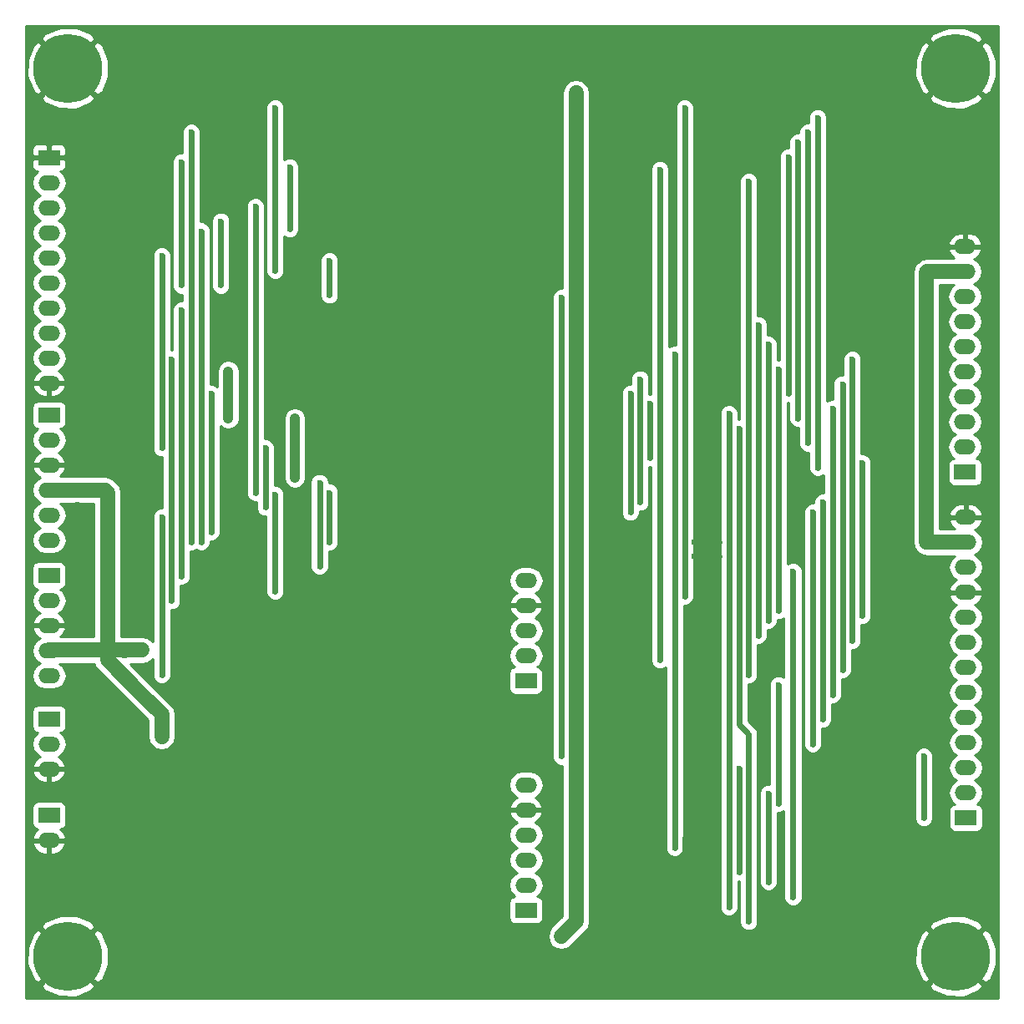
<source format=gbl>
G04 #@! TF.FileFunction,Copper,L2,Bot,Signal*
%FSLAX46Y46*%
G04 Gerber Fmt 4.6, Leading zero omitted, Abs format (unit mm)*
G04 Created by KiCad (PCBNEW 4.0.7) date 12/30/17 13:55:51*
%MOMM*%
%LPD*%
G01*
G04 APERTURE LIST*
%ADD10C,0.100000*%
%ADD11O,2.197100X1.524000*%
%ADD12R,2.197100X1.524000*%
%ADD13C,7.000000*%
%ADD14C,0.600000*%
%ADD15C,0.600000*%
%ADD16C,1.500000*%
%ADD17C,1.000000*%
%ADD18C,0.250000*%
%ADD19C,0.254000*%
G04 APERTURE END LIST*
D10*
D11*
X92076200Y-77390000D03*
X92076200Y-74850000D03*
X92076200Y-72310000D03*
X92076200Y-67230000D03*
X92076200Y-64690000D03*
X92076200Y-62150000D03*
X92076200Y-79930000D03*
X92076200Y-69770000D03*
D12*
X92076200Y-57070000D03*
D11*
X92076200Y-59610000D03*
X92076200Y-104500000D03*
X92076200Y-109580000D03*
X92076200Y-107040000D03*
D12*
X92076200Y-99420000D03*
D11*
X92076200Y-101960000D03*
X92076200Y-90770000D03*
X92076200Y-88230000D03*
X92076200Y-95850000D03*
X92076200Y-93310000D03*
D12*
X92076200Y-83150000D03*
D11*
X92076200Y-85690000D03*
D12*
X92076200Y-123730000D03*
D11*
X92076200Y-126270000D03*
X184923800Y-68610000D03*
X184923800Y-71150000D03*
X184923800Y-73690000D03*
X184923800Y-78770000D03*
X184923800Y-81310000D03*
X184923800Y-83850000D03*
X184923800Y-66070000D03*
X184923800Y-76230000D03*
D12*
X184923800Y-88930000D03*
D11*
X184923800Y-86390000D03*
X92076200Y-119040000D03*
D12*
X92076200Y-113960000D03*
D11*
X92076200Y-116500000D03*
D13*
X184000000Y-48000000D03*
X94000000Y-138000000D03*
X94000000Y-48000000D03*
X184000000Y-138000000D03*
D11*
X140423800Y-105000000D03*
X140423800Y-99920000D03*
X140423800Y-102460000D03*
D12*
X140423800Y-110080000D03*
D11*
X140423800Y-107540000D03*
X140423800Y-125730000D03*
X140423800Y-128270000D03*
X140423800Y-120650000D03*
X140423800Y-123190000D03*
D12*
X140423800Y-133350000D03*
D11*
X140423800Y-130810000D03*
X185000000Y-96050000D03*
X185000000Y-98590000D03*
X185000000Y-101130000D03*
X185000000Y-103670000D03*
X185000000Y-106210000D03*
X185000000Y-108750000D03*
X185000000Y-113830000D03*
X185000000Y-116370000D03*
X185000000Y-118910000D03*
X185000000Y-93510000D03*
X185000000Y-111290000D03*
D12*
X185000000Y-123990000D03*
D11*
X185000000Y-121450000D03*
D14*
X116500000Y-64300010D03*
X144000000Y-136000000D03*
X115000000Y-101000000D03*
X115000000Y-91250000D03*
X110250000Y-78750000D03*
X110250000Y-83500000D03*
X145000000Y-135000000D03*
X145500000Y-100500000D03*
X166000000Y-122500000D03*
X166000000Y-110500000D03*
X145500000Y-80500000D03*
X117000000Y-83500000D03*
X117000000Y-89500000D03*
X145500000Y-83500000D03*
X116500000Y-58000000D03*
X145500000Y-58000000D03*
X145500000Y-108500000D03*
X145500000Y-133500000D03*
X145500000Y-125500000D03*
X145500000Y-50500000D03*
X145500000Y-75500000D03*
X180000000Y-46000000D03*
X175000000Y-46000000D03*
X170000000Y-46000000D03*
X165000000Y-46000000D03*
X160000000Y-46000000D03*
X155000000Y-46000000D03*
X150000000Y-46000000D03*
X145000000Y-46000000D03*
X140000000Y-46000000D03*
X135000000Y-46000000D03*
X130000000Y-46000000D03*
X125000000Y-46000000D03*
X120000000Y-46000000D03*
X115000000Y-46000000D03*
X110000000Y-46000000D03*
X105000000Y-46000000D03*
X100000000Y-46000000D03*
X90000000Y-133000000D03*
X90000000Y-128000000D03*
X90000000Y-122000000D03*
X90000000Y-118000000D03*
X90000000Y-112000000D03*
X90000000Y-108000000D03*
X90000000Y-103000000D03*
X90000000Y-97000000D03*
X90000000Y-92000000D03*
X90000000Y-87000000D03*
X90000000Y-81000000D03*
X90000000Y-76000000D03*
X90000000Y-71000000D03*
X90000000Y-66000000D03*
X90000000Y-61000000D03*
X90000000Y-55000000D03*
X101000000Y-141000000D03*
X106000000Y-141000000D03*
X111000000Y-141000000D03*
X116000000Y-141000000D03*
X121000000Y-141000000D03*
X126000000Y-141000000D03*
X131000000Y-141000000D03*
X136000000Y-141000000D03*
X141000000Y-141000000D03*
X146000000Y-141000000D03*
X151000000Y-141000000D03*
X156000000Y-141000000D03*
X161000000Y-141000000D03*
X166000000Y-141000000D03*
X171000000Y-141000000D03*
X176000000Y-141000000D03*
X187500000Y-132500000D03*
X187500000Y-127500000D03*
X187500000Y-122500000D03*
X187500000Y-117500000D03*
X187500000Y-112500000D03*
X187500000Y-107500000D03*
X187500000Y-102500000D03*
X187500000Y-97500000D03*
X187500000Y-92500000D03*
X187500000Y-87500000D03*
X187500000Y-82500000D03*
X187500000Y-77500000D03*
X187500000Y-72500000D03*
X187500000Y-67500000D03*
X187500000Y-62500000D03*
X187500000Y-57500000D03*
X178000000Y-87000000D03*
X178000000Y-82000000D03*
X178000000Y-77500000D03*
X178000000Y-72500000D03*
X178000000Y-69000000D03*
X178000000Y-66500000D03*
X178000000Y-75000000D03*
X178000000Y-79500000D03*
X178000000Y-85000000D03*
X178000000Y-90000000D03*
X177500000Y-120000000D03*
X177500000Y-112500000D03*
X177500000Y-107500000D03*
X177500000Y-93500000D03*
X177500000Y-97500000D03*
X177500000Y-105000000D03*
X177500000Y-102000000D03*
X177500000Y-100500000D03*
X177500000Y-110500000D03*
X177500000Y-115000000D03*
X177500000Y-123000000D03*
X124750000Y-133250000D03*
X131150000Y-135015000D03*
X127340000Y-118505000D03*
X111250000Y-127000000D03*
X156500000Y-136000000D03*
X156500000Y-134000000D03*
X156500000Y-132000000D03*
X156500000Y-130000000D03*
X156500000Y-128000000D03*
X157000000Y-125500000D03*
X95000000Y-100750000D03*
X95000000Y-92250000D03*
X95000000Y-94500000D03*
X95000000Y-73750000D03*
X95000000Y-76000000D03*
X95000000Y-78750000D03*
X95000000Y-81000000D03*
X95000000Y-84500000D03*
X95000000Y-68500000D03*
X95000000Y-63500000D03*
X95000000Y-59500000D03*
X95000000Y-57000000D03*
X95000000Y-66000000D03*
X95000000Y-71000000D03*
X95000000Y-89000000D03*
X95000000Y-86750000D03*
X95000000Y-97500000D03*
X95000000Y-103250000D03*
X157500000Y-96000000D03*
X160000000Y-96000000D03*
X160000000Y-97500000D03*
X157500000Y-97500000D03*
X161500000Y-77500000D03*
X161500000Y-73000000D03*
X161500000Y-75500000D03*
X139000000Y-94000000D03*
X134000000Y-94000000D03*
X129000000Y-94000000D03*
X124000000Y-94000000D03*
X124000000Y-61000000D03*
X129000000Y-61000000D03*
X134000000Y-61000000D03*
X139000000Y-61000000D03*
X139000000Y-67000000D03*
X134000000Y-67000000D03*
X129000000Y-67000000D03*
X124000000Y-67000000D03*
X133000000Y-117000000D03*
X133000000Y-122000000D03*
X133000000Y-133000000D03*
X133000000Y-127000000D03*
X133000000Y-132000000D03*
X124000000Y-86000000D03*
X129000000Y-86000000D03*
X134000000Y-86000000D03*
X139000000Y-86000000D03*
X128000000Y-103000000D03*
X123000000Y-103000000D03*
X118000000Y-103000000D03*
X113000000Y-103000000D03*
X108000000Y-103000000D03*
X124000000Y-75000000D03*
X129000000Y-75000000D03*
X134000000Y-75000000D03*
X139000000Y-75000000D03*
X104500000Y-102000000D03*
X104500000Y-85500000D03*
X104500000Y-77500000D03*
X105500000Y-99500000D03*
X105500000Y-83000000D03*
X105500000Y-72500000D03*
X114000000Y-92500000D03*
X114000000Y-86500000D03*
X103500000Y-86500000D03*
X103500000Y-67000000D03*
X107500000Y-64500000D03*
X107500000Y-71270000D03*
X107500000Y-96000000D03*
X113000000Y-91000000D03*
X113000000Y-70000000D03*
X113000000Y-62000000D03*
X105500000Y-57500000D03*
X105500000Y-70000000D03*
X105500000Y-66000000D03*
X144000000Y-71250004D03*
X144000000Y-117750000D03*
X180750000Y-117750000D03*
X180750000Y-124000000D03*
X144000000Y-112000000D03*
X144000000Y-107000000D03*
X103500000Y-109500000D03*
X103500000Y-93500000D03*
X181000000Y-96000000D03*
X101500000Y-107000000D03*
X99750000Y-107000000D03*
X99750000Y-107040000D03*
X102500000Y-112500000D03*
X103500000Y-113500000D03*
X103500000Y-115750000D03*
X101500000Y-111500000D03*
X98000000Y-107000000D03*
X106500000Y-54500000D03*
X106500000Y-96000000D03*
X166000000Y-78500000D03*
X166000000Y-103000000D03*
X167000000Y-57000000D03*
X167000000Y-81000000D03*
X168000000Y-83500000D03*
X168000000Y-55500000D03*
X165000000Y-76000000D03*
X165000000Y-104000000D03*
X170000000Y-88500000D03*
X170000000Y-53000000D03*
X169000000Y-86000000D03*
X169000000Y-54500000D03*
X167500000Y-99000000D03*
X167500000Y-132000000D03*
X173500000Y-106000000D03*
X173500000Y-77500000D03*
X172500000Y-109000000D03*
X172500000Y-80000000D03*
X171500000Y-82500000D03*
X171500000Y-111500000D03*
X174500000Y-103500000D03*
X174500000Y-88000000D03*
X153000000Y-87500000D03*
X153000000Y-82000000D03*
X169500000Y-116500000D03*
X169500000Y-93000000D03*
X151000000Y-93000000D03*
X151000000Y-81000000D03*
X170500000Y-114000000D03*
X170500000Y-92000000D03*
X152000000Y-92000000D03*
X152000000Y-79500000D03*
X109500000Y-63500000D03*
X163000000Y-109500000D03*
X163000000Y-59500000D03*
X163000000Y-63500000D03*
X109500000Y-70000000D03*
X154000000Y-58250000D03*
X154000000Y-72500000D03*
X154000000Y-108000000D03*
X120500000Y-71000000D03*
X120500000Y-67500000D03*
X115000000Y-68500000D03*
X115000000Y-52000000D03*
X108500000Y-81000000D03*
X108500000Y-95000000D03*
X161000000Y-133000000D03*
X119500000Y-98500000D03*
X119500000Y-90000000D03*
X161000000Y-90000000D03*
X161000000Y-83000000D03*
X163000000Y-134500000D03*
X120500000Y-96000000D03*
X120500000Y-91000000D03*
X162000000Y-91000000D03*
X162000000Y-84500000D03*
X156500000Y-101500000D03*
X156500000Y-52000000D03*
X155500000Y-127000000D03*
X155500000Y-77000000D03*
X162000000Y-129500000D03*
X162000000Y-119000000D03*
X165000000Y-130500000D03*
X165000000Y-121500000D03*
X164000000Y-74000000D03*
X164000000Y-105500000D03*
D15*
X116500000Y-58000000D02*
X116500000Y-64300010D01*
D16*
X145000000Y-135000000D02*
X144000000Y-136000000D01*
D15*
X115000000Y-91250000D02*
X115000000Y-101000000D01*
D17*
X110250000Y-78750000D02*
X110250000Y-83500000D01*
D16*
X145500000Y-133500000D02*
X145500000Y-134500000D01*
X145500000Y-134500000D02*
X145000000Y-135000000D01*
D15*
X166000000Y-110500000D02*
X166000000Y-122500000D01*
D17*
X117000000Y-83500000D02*
X117000000Y-89500000D01*
D16*
X145500000Y-125500000D02*
X145500000Y-133500000D01*
X145500000Y-100500000D02*
X145500000Y-108500000D01*
X145500000Y-108500000D02*
X145500000Y-125500000D01*
X145500000Y-75500000D02*
X145500000Y-80500000D01*
X145500000Y-80500000D02*
X145500000Y-83500000D01*
X145500000Y-83500000D02*
X145500000Y-100500000D01*
X145500000Y-50500000D02*
X145500000Y-58000000D01*
X145500000Y-58000000D02*
X145500000Y-75500000D01*
D18*
X170000000Y-46000000D02*
X175000000Y-46000000D01*
X160000000Y-46000000D02*
X165000000Y-46000000D01*
X150000000Y-46000000D02*
X155000000Y-46000000D01*
X140000000Y-46000000D02*
X145000000Y-46000000D01*
X130000000Y-46000000D02*
X135000000Y-46000000D01*
X120000000Y-46000000D02*
X125000000Y-46000000D01*
X110000000Y-46000000D02*
X115000000Y-46000000D01*
X100000000Y-46000000D02*
X105000000Y-46000000D01*
X90000000Y-133000000D02*
X90000000Y-128000000D01*
X90000000Y-122000000D02*
X90000000Y-118000000D01*
X90000000Y-112000000D02*
X90000000Y-108000000D01*
X90000000Y-103000000D02*
X90000000Y-97000000D01*
X90000000Y-92000000D02*
X90000000Y-87000000D01*
X90000000Y-81000000D02*
X90000000Y-76000000D01*
X90000000Y-71000000D02*
X90000000Y-66000000D01*
X90000000Y-61000000D02*
X90000000Y-55000000D01*
X106000000Y-141000000D02*
X101000000Y-141000000D01*
X116000000Y-141000000D02*
X111000000Y-141000000D01*
X126000000Y-141000000D02*
X121000000Y-141000000D01*
X136000000Y-141000000D02*
X131000000Y-141000000D01*
X146000000Y-141000000D02*
X141000000Y-141000000D01*
X156000000Y-141000000D02*
X151000000Y-141000000D01*
X166000000Y-141000000D02*
X161000000Y-141000000D01*
X176000000Y-141000000D02*
X171000000Y-141000000D01*
X187500000Y-127500000D02*
X187500000Y-132500000D01*
X187500000Y-117500000D02*
X187500000Y-122500000D01*
X187500000Y-107500000D02*
X187500000Y-112500000D01*
X187500000Y-97500000D02*
X187500000Y-102500000D01*
X187500000Y-87500000D02*
X187500000Y-92500000D01*
X187500000Y-77500000D02*
X187500000Y-82500000D01*
X187500000Y-67500000D02*
X187500000Y-72500000D01*
X187500000Y-57500000D02*
X187500000Y-62500000D01*
X178000000Y-90000000D02*
X178000000Y-87000000D01*
X178000000Y-85000000D02*
X178000000Y-82000000D01*
X178000000Y-79500000D02*
X178000000Y-77500000D01*
X178000000Y-75000000D02*
X178000000Y-72500000D01*
X178000000Y-66500000D02*
X178000000Y-69000000D01*
X178000000Y-72500000D02*
X178000000Y-69000000D01*
X178000000Y-77500000D02*
X178000000Y-75000000D01*
X178000000Y-82000000D02*
X178000000Y-79500000D01*
X178000000Y-87000000D02*
X178000000Y-85000000D01*
X177500000Y-123000000D02*
X177500000Y-120000000D01*
X177500000Y-115000000D02*
X177500000Y-112500000D01*
X177500000Y-110500000D02*
X177500000Y-107500000D01*
X177500000Y-97500000D02*
X177500000Y-100500000D01*
X177500000Y-93500000D02*
X177500000Y-97500000D01*
X177500000Y-102000000D02*
X177500000Y-105000000D01*
X177500000Y-107500000D02*
X177500000Y-105000000D01*
X177500000Y-112500000D02*
X177500000Y-110500000D01*
X177500000Y-120000000D02*
X177500000Y-115000000D01*
D15*
X156500000Y-134000000D02*
X156500000Y-136000000D01*
X156500000Y-130000000D02*
X156500000Y-132000000D01*
X156500000Y-126000000D02*
X156500000Y-128000000D01*
X157000000Y-125500000D02*
X156500000Y-126000000D01*
D18*
X95000000Y-103250000D02*
X95000000Y-100750000D01*
X95000000Y-97500000D02*
X95000000Y-94500000D01*
X95000000Y-92250000D02*
X95000000Y-94500000D01*
X95000000Y-84500000D02*
X95000000Y-86750000D01*
X95000000Y-76000000D02*
X95000000Y-78750000D01*
X95000000Y-81000000D02*
X95000000Y-84500000D01*
X95000000Y-71000000D02*
X95000000Y-68500000D01*
X95000000Y-66000000D02*
X95000000Y-63500000D01*
X95000000Y-57000000D02*
X95000000Y-59500000D01*
X95000000Y-63500000D02*
X95000000Y-59500000D01*
X95000000Y-68500000D02*
X95000000Y-66000000D01*
X95000000Y-71000000D02*
X95000000Y-73750000D01*
X95000000Y-100750000D02*
X95000000Y-97500000D01*
D15*
X160000000Y-96000000D02*
X157500000Y-96000000D01*
X157500000Y-97500000D02*
X160000000Y-97500000D01*
D18*
X161500000Y-75500000D02*
X161500000Y-73000000D01*
X134000000Y-94000000D02*
X139000000Y-94000000D01*
X124000000Y-94000000D02*
X129000000Y-94000000D01*
X129000000Y-61000000D02*
X124000000Y-61000000D01*
X139000000Y-61000000D02*
X134000000Y-61000000D01*
X134000000Y-67000000D02*
X139000000Y-67000000D01*
X124000000Y-67000000D02*
X129000000Y-67000000D01*
X93000000Y-48000000D02*
X93000000Y-51000000D01*
X133000000Y-117000000D02*
X133000000Y-122000000D01*
X133000000Y-127000000D02*
X133000000Y-132000000D01*
X129000000Y-86000000D02*
X124000000Y-86000000D01*
X139000000Y-86000000D02*
X134000000Y-86000000D01*
X118000000Y-103000000D02*
X123000000Y-103000000D01*
X108000000Y-103000000D02*
X113000000Y-103000000D01*
X129000000Y-75000000D02*
X124000000Y-75000000D01*
X139000000Y-75000000D02*
X134000000Y-75000000D01*
D15*
X104500000Y-85500000D02*
X104500000Y-102000000D01*
X104500000Y-77500000D02*
X104500000Y-85500000D01*
X105500000Y-83000000D02*
X105500000Y-99500000D01*
X105500000Y-72500000D02*
X105500000Y-83000000D01*
X114000000Y-86500000D02*
X114000000Y-92500000D01*
X103500000Y-67000000D02*
X103500000Y-86500000D01*
X107500000Y-71270000D02*
X107500000Y-64500000D01*
X107500000Y-96000000D02*
X107500000Y-84000000D01*
X107500000Y-84000000D02*
X107500000Y-79000000D01*
X107500000Y-79000000D02*
X107500000Y-71270000D01*
X113000000Y-70000000D02*
X113000000Y-81500000D01*
X113000000Y-81500000D02*
X113000000Y-91000000D01*
X113000000Y-62000000D02*
X113000000Y-70000000D01*
X105500000Y-57500000D02*
X105500000Y-66000000D01*
X105500000Y-66000000D02*
X105500000Y-70000000D01*
X144000000Y-107000000D02*
X144000000Y-71250004D01*
X144000000Y-112000000D02*
X144000000Y-117750000D01*
X180750000Y-117750000D02*
X180750000Y-124000000D01*
X144000000Y-107000000D02*
X144000000Y-112000000D01*
X103500000Y-93500000D02*
X103500000Y-109500000D01*
D16*
X185000000Y-96050000D02*
X181050000Y-96050000D01*
X181050000Y-96050000D02*
X181000000Y-96000000D01*
X181110000Y-68610000D02*
X181000000Y-68720000D01*
X184923800Y-68610000D02*
X181110000Y-68610000D01*
X181000000Y-68720000D02*
X181000000Y-96000000D01*
X99750000Y-107000000D02*
X101500000Y-107000000D01*
X98000000Y-107000000D02*
X99750000Y-107000000D01*
X99750000Y-107040000D02*
X99790000Y-107000000D01*
X99790000Y-107000000D02*
X101500000Y-107000000D01*
X103500000Y-113500000D02*
X102500000Y-112500000D01*
X101500000Y-111500000D02*
X103500000Y-113500000D01*
X103500000Y-113500000D02*
X103500000Y-115750000D01*
D17*
X103500000Y-113500000D02*
X103500000Y-115750000D01*
X102500000Y-112500000D02*
X101500000Y-111500000D01*
X103500000Y-115750000D02*
X103500000Y-113500000D01*
X103500000Y-113500000D02*
X102500000Y-112500000D01*
D16*
X98000000Y-108000000D02*
X98000000Y-107000000D01*
X101500000Y-111500000D02*
X98000000Y-108000000D01*
X92076200Y-90770000D02*
X97770000Y-90770000D01*
X97770000Y-90770000D02*
X98000000Y-91000000D01*
X98000000Y-107000000D02*
X92116200Y-107000000D01*
X92116200Y-107000000D02*
X92076200Y-107040000D01*
X98000000Y-91000000D02*
X98000000Y-107000000D01*
D15*
X106500000Y-96000000D02*
X106500000Y-54500000D01*
X166000000Y-78500000D02*
X166000000Y-103000000D01*
X167000000Y-81000000D02*
X167000000Y-67000000D01*
X167000000Y-67000000D02*
X167000000Y-57000000D01*
X168000000Y-83500000D02*
X168000000Y-55500000D01*
X165000000Y-76000000D02*
X165000000Y-104000000D01*
X170000000Y-88500000D02*
X170000000Y-53000000D01*
X169000000Y-86000000D02*
X169000000Y-54500000D01*
X167500000Y-99000000D02*
X167500000Y-132000000D01*
X173500000Y-106000000D02*
X173500000Y-77500000D01*
X172500000Y-109000000D02*
X172500000Y-80000000D01*
X171500000Y-111500000D02*
X171500000Y-82500000D01*
X174500000Y-103500000D02*
X174500000Y-88000000D01*
X153000000Y-87500000D02*
X153000000Y-82000000D01*
X169500000Y-116500000D02*
X169500000Y-93000000D01*
X151000000Y-93000000D02*
X151000000Y-81000000D01*
X170500000Y-114000000D02*
X170500000Y-92000000D01*
X152000000Y-92000000D02*
X152000000Y-79500000D01*
X109500000Y-70000000D02*
X109500000Y-63500000D01*
X163000000Y-63500000D02*
X163000000Y-97000000D01*
X163000000Y-97000000D02*
X163000000Y-109500000D01*
X163000000Y-63500000D02*
X163000000Y-59500000D01*
X154000000Y-58250000D02*
X154000000Y-72500000D01*
X154000000Y-108000000D02*
X154000000Y-72500000D01*
X120500000Y-67500000D02*
X120500000Y-71000000D01*
X115000000Y-52000000D02*
X115000000Y-68500000D01*
X108500000Y-95000000D02*
X108500000Y-81000000D01*
X161000000Y-90000000D02*
X161000000Y-108000000D01*
X161000000Y-126000000D02*
X161000000Y-133000000D01*
X161000000Y-108000000D02*
X161000000Y-126000000D01*
X119500000Y-90000000D02*
X119500000Y-98500000D01*
X161000000Y-83000000D02*
X161000000Y-90000000D01*
X162000000Y-91000000D02*
X162000000Y-114500000D01*
X163000000Y-115500000D02*
X163000000Y-134500000D01*
X162000000Y-114500000D02*
X163000000Y-115500000D01*
X120500000Y-91000000D02*
X120500000Y-96000000D01*
X162000000Y-84500000D02*
X162000000Y-91000000D01*
X156500000Y-94000000D02*
X156500000Y-101500000D01*
X156500000Y-65500000D02*
X156500000Y-94000000D01*
X156500000Y-52000000D02*
X156500000Y-65500000D01*
X155500000Y-77000000D02*
X155500000Y-127000000D01*
X162000000Y-129500000D02*
X162000000Y-119000000D01*
X165000000Y-130500000D02*
X165000000Y-121500000D01*
X164000000Y-74000000D02*
X164000000Y-105500000D01*
D19*
G36*
X188290000Y-142290000D02*
X89710000Y-142290000D01*
X89710000Y-140957312D01*
X91222293Y-140957312D01*
X91625762Y-141483924D01*
X93139730Y-142127307D01*
X94784666Y-142142346D01*
X96310145Y-141526750D01*
X96374238Y-141483924D01*
X96777707Y-140957312D01*
X181222293Y-140957312D01*
X181625762Y-141483924D01*
X183139730Y-142127307D01*
X184784666Y-142142346D01*
X186310145Y-141526750D01*
X186374238Y-141483924D01*
X186777707Y-140957312D01*
X184000000Y-138179605D01*
X181222293Y-140957312D01*
X96777707Y-140957312D01*
X94000000Y-138179605D01*
X91222293Y-140957312D01*
X89710000Y-140957312D01*
X89710000Y-138784666D01*
X89857654Y-138784666D01*
X90473250Y-140310145D01*
X90516076Y-140374238D01*
X91042688Y-140777707D01*
X93820395Y-138000000D01*
X94179605Y-138000000D01*
X96957312Y-140777707D01*
X97483924Y-140374238D01*
X98127307Y-138860270D01*
X98127998Y-138784666D01*
X179857654Y-138784666D01*
X180473250Y-140310145D01*
X180516076Y-140374238D01*
X181042688Y-140777707D01*
X183820395Y-138000000D01*
X184179605Y-138000000D01*
X186957312Y-140777707D01*
X187483924Y-140374238D01*
X188127307Y-138860270D01*
X188142346Y-137215334D01*
X187526750Y-135689855D01*
X187483924Y-135625762D01*
X186957312Y-135222293D01*
X184179605Y-138000000D01*
X183820395Y-138000000D01*
X181042688Y-135222293D01*
X180516076Y-135625762D01*
X179872693Y-137139730D01*
X179857654Y-138784666D01*
X98127998Y-138784666D01*
X98142346Y-137215334D01*
X97651907Y-136000000D01*
X142615000Y-136000000D01*
X142720427Y-136530016D01*
X143020657Y-136979343D01*
X143469984Y-137279573D01*
X144000000Y-137385000D01*
X144530016Y-137279573D01*
X144979343Y-136979343D01*
X146479343Y-135479343D01*
X146779574Y-135030016D01*
X146885000Y-134500000D01*
X146885000Y-81185167D01*
X150064838Y-81185167D01*
X150065000Y-81185559D01*
X150065000Y-92999184D01*
X150064838Y-93185167D01*
X150206883Y-93528943D01*
X150469673Y-93792192D01*
X150813201Y-93934838D01*
X151185167Y-93935162D01*
X151528943Y-93793117D01*
X151792192Y-93530327D01*
X151934838Y-93186799D01*
X151935057Y-92934944D01*
X152185167Y-92935162D01*
X152528943Y-92793117D01*
X152792192Y-92530327D01*
X152934838Y-92186799D01*
X152935162Y-91814833D01*
X152935000Y-91814441D01*
X152935000Y-88434944D01*
X153065000Y-88435057D01*
X153065000Y-107999184D01*
X153064838Y-108185167D01*
X153206883Y-108528943D01*
X153469673Y-108792192D01*
X153813201Y-108934838D01*
X154185167Y-108935162D01*
X154528943Y-108793117D01*
X154565000Y-108757123D01*
X154565000Y-126999184D01*
X154564838Y-127185167D01*
X154706883Y-127528943D01*
X154969673Y-127792192D01*
X155313201Y-127934838D01*
X155685167Y-127935162D01*
X156028943Y-127793117D01*
X156292192Y-127530327D01*
X156434838Y-127186799D01*
X156435162Y-126814833D01*
X156435000Y-126814441D01*
X156435000Y-102434944D01*
X156685167Y-102435162D01*
X157028943Y-102293117D01*
X157292192Y-102030327D01*
X157434838Y-101686799D01*
X157435162Y-101314833D01*
X157435000Y-101314441D01*
X157435000Y-83185167D01*
X160064838Y-83185167D01*
X160065000Y-83185559D01*
X160065000Y-89999184D01*
X160064838Y-90185167D01*
X160065000Y-90185559D01*
X160065000Y-132999184D01*
X160064838Y-133185167D01*
X160206883Y-133528943D01*
X160469673Y-133792192D01*
X160813201Y-133934838D01*
X161185167Y-133935162D01*
X161528943Y-133793117D01*
X161792192Y-133530327D01*
X161934838Y-133186799D01*
X161935162Y-132814833D01*
X161935000Y-132814441D01*
X161935000Y-130434944D01*
X162065000Y-130435057D01*
X162065000Y-134499184D01*
X162064838Y-134685167D01*
X162206883Y-135028943D01*
X162469673Y-135292192D01*
X162813201Y-135434838D01*
X163185167Y-135435162D01*
X163528943Y-135293117D01*
X163779809Y-135042688D01*
X181222293Y-135042688D01*
X184000000Y-137820395D01*
X186777707Y-135042688D01*
X186374238Y-134516076D01*
X184860270Y-133872693D01*
X183215334Y-133857654D01*
X181689855Y-134473250D01*
X181625762Y-134516076D01*
X181222293Y-135042688D01*
X163779809Y-135042688D01*
X163792192Y-135030327D01*
X163934838Y-134686799D01*
X163935162Y-134314833D01*
X163935000Y-134314441D01*
X163935000Y-115500005D01*
X163935001Y-115500000D01*
X163863827Y-115142192D01*
X163863827Y-115142191D01*
X163661145Y-114838855D01*
X162935000Y-114112710D01*
X162935000Y-110434944D01*
X163185167Y-110435162D01*
X163528943Y-110293117D01*
X163792192Y-110030327D01*
X163934838Y-109686799D01*
X163935162Y-109314833D01*
X163935000Y-109314441D01*
X163935000Y-106434944D01*
X164185167Y-106435162D01*
X164528943Y-106293117D01*
X164792192Y-106030327D01*
X164934838Y-105686799D01*
X164935162Y-105314833D01*
X164935000Y-105314441D01*
X164935000Y-104934944D01*
X165185167Y-104935162D01*
X165528943Y-104793117D01*
X165792192Y-104530327D01*
X165934838Y-104186799D01*
X165935057Y-103934944D01*
X166185167Y-103935162D01*
X166528943Y-103793117D01*
X166565000Y-103757123D01*
X166565000Y-109742542D01*
X166530327Y-109707808D01*
X166186799Y-109565162D01*
X165814833Y-109564838D01*
X165471057Y-109706883D01*
X165207808Y-109969673D01*
X165065162Y-110313201D01*
X165064838Y-110685167D01*
X165065000Y-110685559D01*
X165065000Y-120565056D01*
X164814833Y-120564838D01*
X164471057Y-120706883D01*
X164207808Y-120969673D01*
X164065162Y-121313201D01*
X164064838Y-121685167D01*
X164065000Y-121685559D01*
X164065000Y-130499184D01*
X164064838Y-130685167D01*
X164206883Y-131028943D01*
X164469673Y-131292192D01*
X164813201Y-131434838D01*
X165185167Y-131435162D01*
X165528943Y-131293117D01*
X165792192Y-131030327D01*
X165934838Y-130686799D01*
X165935162Y-130314833D01*
X165935000Y-130314441D01*
X165935000Y-123434944D01*
X166185167Y-123435162D01*
X166528943Y-123293117D01*
X166565000Y-123257123D01*
X166565000Y-131999184D01*
X166564838Y-132185167D01*
X166706883Y-132528943D01*
X166969673Y-132792192D01*
X167313201Y-132934838D01*
X167685167Y-132935162D01*
X168028943Y-132793117D01*
X168292192Y-132530327D01*
X168434838Y-132186799D01*
X168435162Y-131814833D01*
X168435000Y-131814441D01*
X168435000Y-117935167D01*
X179814838Y-117935167D01*
X179815000Y-117935559D01*
X179815000Y-123999184D01*
X179814838Y-124185167D01*
X179956883Y-124528943D01*
X180219673Y-124792192D01*
X180563201Y-124934838D01*
X180935167Y-124935162D01*
X181278943Y-124793117D01*
X181542192Y-124530327D01*
X181684838Y-124186799D01*
X181685162Y-123814833D01*
X181685000Y-123814441D01*
X181685000Y-117750816D01*
X181685162Y-117564833D01*
X181543117Y-117221057D01*
X181280327Y-116957808D01*
X180936799Y-116815162D01*
X180564833Y-116814838D01*
X180221057Y-116956883D01*
X179957808Y-117219673D01*
X179815162Y-117563201D01*
X179814838Y-117935167D01*
X168435000Y-117935167D01*
X168435000Y-99000816D01*
X168435162Y-98814833D01*
X168293117Y-98471057D01*
X168030327Y-98207808D01*
X167686799Y-98065162D01*
X167314833Y-98064838D01*
X166971057Y-98206883D01*
X166935000Y-98242877D01*
X166935000Y-81934944D01*
X167065000Y-81935057D01*
X167065000Y-83499184D01*
X167064838Y-83685167D01*
X167206883Y-84028943D01*
X167469673Y-84292192D01*
X167813201Y-84434838D01*
X168065000Y-84435057D01*
X168065000Y-85999184D01*
X168064838Y-86185167D01*
X168206883Y-86528943D01*
X168469673Y-86792192D01*
X168813201Y-86934838D01*
X169065000Y-86935057D01*
X169065000Y-88499184D01*
X169064838Y-88685167D01*
X169206883Y-89028943D01*
X169469673Y-89292192D01*
X169813201Y-89434838D01*
X170185167Y-89435162D01*
X170528943Y-89293117D01*
X170565000Y-89257123D01*
X170565000Y-91065056D01*
X170314833Y-91064838D01*
X169971057Y-91206883D01*
X169707808Y-91469673D01*
X169565162Y-91813201D01*
X169564943Y-92065056D01*
X169314833Y-92064838D01*
X168971057Y-92206883D01*
X168707808Y-92469673D01*
X168565162Y-92813201D01*
X168564838Y-93185167D01*
X168565000Y-93185559D01*
X168565000Y-116499184D01*
X168564838Y-116685167D01*
X168706883Y-117028943D01*
X168969673Y-117292192D01*
X169313201Y-117434838D01*
X169685167Y-117435162D01*
X170028943Y-117293117D01*
X170292192Y-117030327D01*
X170434838Y-116686799D01*
X170435162Y-116314833D01*
X170435000Y-116314441D01*
X170435000Y-114934944D01*
X170685167Y-114935162D01*
X171028943Y-114793117D01*
X171292192Y-114530327D01*
X171434838Y-114186799D01*
X171435162Y-113814833D01*
X171435000Y-113814441D01*
X171435000Y-112434944D01*
X171685167Y-112435162D01*
X172028943Y-112293117D01*
X172292192Y-112030327D01*
X172434838Y-111686799D01*
X172435162Y-111314833D01*
X172435000Y-111314441D01*
X172435000Y-109934944D01*
X172685167Y-109935162D01*
X173028943Y-109793117D01*
X173292192Y-109530327D01*
X173434838Y-109186799D01*
X173435162Y-108814833D01*
X173435000Y-108814441D01*
X173435000Y-106934944D01*
X173685167Y-106935162D01*
X174028943Y-106793117D01*
X174292192Y-106530327D01*
X174434838Y-106186799D01*
X174435162Y-105814833D01*
X174435000Y-105814441D01*
X174435000Y-104434944D01*
X174685167Y-104435162D01*
X175028943Y-104293117D01*
X175292192Y-104030327D01*
X175434838Y-103686799D01*
X175434852Y-103670000D01*
X183232488Y-103670000D01*
X183338828Y-104204609D01*
X183641660Y-104657828D01*
X184063959Y-104940000D01*
X183641660Y-105222172D01*
X183338828Y-105675391D01*
X183232488Y-106210000D01*
X183338828Y-106744609D01*
X183641660Y-107197828D01*
X184063959Y-107480000D01*
X183641660Y-107762172D01*
X183338828Y-108215391D01*
X183232488Y-108750000D01*
X183338828Y-109284609D01*
X183641660Y-109737828D01*
X184063959Y-110020000D01*
X183641660Y-110302172D01*
X183338828Y-110755391D01*
X183232488Y-111290000D01*
X183338828Y-111824609D01*
X183641660Y-112277828D01*
X184063959Y-112560000D01*
X183641660Y-112842172D01*
X183338828Y-113295391D01*
X183232488Y-113830000D01*
X183338828Y-114364609D01*
X183641660Y-114817828D01*
X184063959Y-115100000D01*
X183641660Y-115382172D01*
X183338828Y-115835391D01*
X183232488Y-116370000D01*
X183338828Y-116904609D01*
X183641660Y-117357828D01*
X184063959Y-117640000D01*
X183641660Y-117922172D01*
X183338828Y-118375391D01*
X183232488Y-118910000D01*
X183338828Y-119444609D01*
X183641660Y-119897828D01*
X184063959Y-120180000D01*
X183641660Y-120462172D01*
X183338828Y-120915391D01*
X183232488Y-121450000D01*
X183338828Y-121984609D01*
X183641660Y-122437828D01*
X183865419Y-122587340D01*
X183666133Y-122624838D01*
X183450009Y-122763910D01*
X183305019Y-122976110D01*
X183254010Y-123228000D01*
X183254010Y-124752000D01*
X183298288Y-124987317D01*
X183437360Y-125203441D01*
X183649560Y-125348431D01*
X183901450Y-125399440D01*
X186098550Y-125399440D01*
X186333867Y-125355162D01*
X186549991Y-125216090D01*
X186694981Y-125003890D01*
X186745990Y-124752000D01*
X186745990Y-123228000D01*
X186701712Y-122992683D01*
X186562640Y-122776559D01*
X186350440Y-122631569D01*
X186133987Y-122587736D01*
X186358340Y-122437828D01*
X186661172Y-121984609D01*
X186767512Y-121450000D01*
X186661172Y-120915391D01*
X186358340Y-120462172D01*
X185936041Y-120180000D01*
X186358340Y-119897828D01*
X186661172Y-119444609D01*
X186767512Y-118910000D01*
X186661172Y-118375391D01*
X186358340Y-117922172D01*
X185936041Y-117640000D01*
X186358340Y-117357828D01*
X186661172Y-116904609D01*
X186767512Y-116370000D01*
X186661172Y-115835391D01*
X186358340Y-115382172D01*
X185936041Y-115100000D01*
X186358340Y-114817828D01*
X186661172Y-114364609D01*
X186767512Y-113830000D01*
X186661172Y-113295391D01*
X186358340Y-112842172D01*
X185936041Y-112560000D01*
X186358340Y-112277828D01*
X186661172Y-111824609D01*
X186767512Y-111290000D01*
X186661172Y-110755391D01*
X186358340Y-110302172D01*
X185936041Y-110020000D01*
X186358340Y-109737828D01*
X186661172Y-109284609D01*
X186767512Y-108750000D01*
X186661172Y-108215391D01*
X186358340Y-107762172D01*
X185936041Y-107480000D01*
X186358340Y-107197828D01*
X186661172Y-106744609D01*
X186767512Y-106210000D01*
X186661172Y-105675391D01*
X186358340Y-105222172D01*
X185936041Y-104940000D01*
X186358340Y-104657828D01*
X186661172Y-104204609D01*
X186767512Y-103670000D01*
X186661172Y-103135391D01*
X186358340Y-102682172D01*
X185923107Y-102391358D01*
X185988491Y-102372059D01*
X186414180Y-102028026D01*
X186675810Y-101547277D01*
X186690770Y-101473070D01*
X186568270Y-101257000D01*
X185127000Y-101257000D01*
X185127000Y-101277000D01*
X184873000Y-101277000D01*
X184873000Y-101257000D01*
X183431730Y-101257000D01*
X183309230Y-101473070D01*
X183324190Y-101547277D01*
X183585820Y-102028026D01*
X184011509Y-102372059D01*
X184076893Y-102391358D01*
X183641660Y-102682172D01*
X183338828Y-103135391D01*
X183232488Y-103670000D01*
X175434852Y-103670000D01*
X175435162Y-103314833D01*
X175435000Y-103314441D01*
X175435000Y-88000816D01*
X175435162Y-87814833D01*
X175293117Y-87471057D01*
X175030327Y-87207808D01*
X174686799Y-87065162D01*
X174435000Y-87064943D01*
X174435000Y-77500816D01*
X174435162Y-77314833D01*
X174293117Y-76971057D01*
X174030327Y-76707808D01*
X173686799Y-76565162D01*
X173314833Y-76564838D01*
X172971057Y-76706883D01*
X172707808Y-76969673D01*
X172565162Y-77313201D01*
X172564838Y-77685167D01*
X172565000Y-77685559D01*
X172565000Y-79065056D01*
X172314833Y-79064838D01*
X171971057Y-79206883D01*
X171707808Y-79469673D01*
X171565162Y-79813201D01*
X171564838Y-80185167D01*
X171565000Y-80185559D01*
X171565000Y-81565056D01*
X171314833Y-81564838D01*
X170971057Y-81706883D01*
X170935000Y-81742877D01*
X170935000Y-68720000D01*
X179615000Y-68720000D01*
X179615000Y-96000000D01*
X179720427Y-96530017D01*
X179808044Y-96661145D01*
X180020657Y-96979343D01*
X180070657Y-97029343D01*
X180519984Y-97329574D01*
X181050000Y-97435000D01*
X183891850Y-97435000D01*
X183641660Y-97602172D01*
X183338828Y-98055391D01*
X183232488Y-98590000D01*
X183338828Y-99124609D01*
X183641660Y-99577828D01*
X184076893Y-99868642D01*
X184011509Y-99887941D01*
X183585820Y-100231974D01*
X183324190Y-100712723D01*
X183309230Y-100786930D01*
X183431730Y-101003000D01*
X184873000Y-101003000D01*
X184873000Y-100983000D01*
X185127000Y-100983000D01*
X185127000Y-101003000D01*
X186568270Y-101003000D01*
X186690770Y-100786930D01*
X186675810Y-100712723D01*
X186414180Y-100231974D01*
X185988491Y-99887941D01*
X185923107Y-99868642D01*
X186358340Y-99577828D01*
X186661172Y-99124609D01*
X186767512Y-98590000D01*
X186661172Y-98055391D01*
X186358340Y-97602172D01*
X185936041Y-97320000D01*
X186358340Y-97037828D01*
X186661172Y-96584609D01*
X186767512Y-96050000D01*
X186661172Y-95515391D01*
X186358340Y-95062172D01*
X185923107Y-94771358D01*
X185988491Y-94752059D01*
X186414180Y-94408026D01*
X186675810Y-93927277D01*
X186690770Y-93853070D01*
X186568270Y-93637000D01*
X185127000Y-93637000D01*
X185127000Y-93657000D01*
X184873000Y-93657000D01*
X184873000Y-93637000D01*
X183431730Y-93637000D01*
X183309230Y-93853070D01*
X183324190Y-93927277D01*
X183585820Y-94408026D01*
X183903787Y-94665000D01*
X182385000Y-94665000D01*
X182385000Y-93166930D01*
X183309230Y-93166930D01*
X183431730Y-93383000D01*
X184873000Y-93383000D01*
X184873000Y-92113000D01*
X185127000Y-92113000D01*
X185127000Y-93383000D01*
X186568270Y-93383000D01*
X186690770Y-93166930D01*
X186675810Y-93092723D01*
X186414180Y-92611974D01*
X185988491Y-92267941D01*
X185463550Y-92113000D01*
X185127000Y-92113000D01*
X184873000Y-92113000D01*
X184536450Y-92113000D01*
X184011509Y-92267941D01*
X183585820Y-92611974D01*
X183324190Y-93092723D01*
X183309230Y-93166930D01*
X182385000Y-93166930D01*
X182385000Y-69995000D01*
X183815650Y-69995000D01*
X183565460Y-70162172D01*
X183262628Y-70615391D01*
X183156288Y-71150000D01*
X183262628Y-71684609D01*
X183565460Y-72137828D01*
X183987759Y-72420000D01*
X183565460Y-72702172D01*
X183262628Y-73155391D01*
X183156288Y-73690000D01*
X183262628Y-74224609D01*
X183565460Y-74677828D01*
X183987759Y-74960000D01*
X183565460Y-75242172D01*
X183262628Y-75695391D01*
X183156288Y-76230000D01*
X183262628Y-76764609D01*
X183565460Y-77217828D01*
X183987759Y-77500000D01*
X183565460Y-77782172D01*
X183262628Y-78235391D01*
X183156288Y-78770000D01*
X183262628Y-79304609D01*
X183565460Y-79757828D01*
X183987759Y-80040000D01*
X183565460Y-80322172D01*
X183262628Y-80775391D01*
X183156288Y-81310000D01*
X183262628Y-81844609D01*
X183565460Y-82297828D01*
X183987759Y-82580000D01*
X183565460Y-82862172D01*
X183262628Y-83315391D01*
X183156288Y-83850000D01*
X183262628Y-84384609D01*
X183565460Y-84837828D01*
X183987759Y-85120000D01*
X183565460Y-85402172D01*
X183262628Y-85855391D01*
X183156288Y-86390000D01*
X183262628Y-86924609D01*
X183565460Y-87377828D01*
X183789219Y-87527340D01*
X183589933Y-87564838D01*
X183373809Y-87703910D01*
X183228819Y-87916110D01*
X183177810Y-88168000D01*
X183177810Y-89692000D01*
X183222088Y-89927317D01*
X183361160Y-90143441D01*
X183573360Y-90288431D01*
X183825250Y-90339440D01*
X186022350Y-90339440D01*
X186257667Y-90295162D01*
X186473791Y-90156090D01*
X186618781Y-89943890D01*
X186669790Y-89692000D01*
X186669790Y-88168000D01*
X186625512Y-87932683D01*
X186486440Y-87716559D01*
X186274240Y-87571569D01*
X186057787Y-87527736D01*
X186282140Y-87377828D01*
X186584972Y-86924609D01*
X186691312Y-86390000D01*
X186584972Y-85855391D01*
X186282140Y-85402172D01*
X185859841Y-85120000D01*
X186282140Y-84837828D01*
X186584972Y-84384609D01*
X186691312Y-83850000D01*
X186584972Y-83315391D01*
X186282140Y-82862172D01*
X185859841Y-82580000D01*
X186282140Y-82297828D01*
X186584972Y-81844609D01*
X186691312Y-81310000D01*
X186584972Y-80775391D01*
X186282140Y-80322172D01*
X185859841Y-80040000D01*
X186282140Y-79757828D01*
X186584972Y-79304609D01*
X186691312Y-78770000D01*
X186584972Y-78235391D01*
X186282140Y-77782172D01*
X185859841Y-77500000D01*
X186282140Y-77217828D01*
X186584972Y-76764609D01*
X186691312Y-76230000D01*
X186584972Y-75695391D01*
X186282140Y-75242172D01*
X185859841Y-74960000D01*
X186282140Y-74677828D01*
X186584972Y-74224609D01*
X186691312Y-73690000D01*
X186584972Y-73155391D01*
X186282140Y-72702172D01*
X185859841Y-72420000D01*
X186282140Y-72137828D01*
X186584972Y-71684609D01*
X186691312Y-71150000D01*
X186584972Y-70615391D01*
X186282140Y-70162172D01*
X185859841Y-69880000D01*
X186282140Y-69597828D01*
X186584972Y-69144609D01*
X186691312Y-68610000D01*
X186584972Y-68075391D01*
X186282140Y-67622172D01*
X185846907Y-67331358D01*
X185912291Y-67312059D01*
X186337980Y-66968026D01*
X186599610Y-66487277D01*
X186614570Y-66413070D01*
X186492070Y-66197000D01*
X185050800Y-66197000D01*
X185050800Y-66217000D01*
X184796800Y-66217000D01*
X184796800Y-66197000D01*
X183355530Y-66197000D01*
X183233030Y-66413070D01*
X183247990Y-66487277D01*
X183509620Y-66968026D01*
X183827587Y-67225000D01*
X181110000Y-67225000D01*
X180579983Y-67330427D01*
X180229162Y-67564838D01*
X180130657Y-67630657D01*
X180020657Y-67740657D01*
X179720427Y-68189983D01*
X179615000Y-68720000D01*
X170935000Y-68720000D01*
X170935000Y-65726930D01*
X183233030Y-65726930D01*
X183355530Y-65943000D01*
X184796800Y-65943000D01*
X184796800Y-64673000D01*
X185050800Y-64673000D01*
X185050800Y-65943000D01*
X186492070Y-65943000D01*
X186614570Y-65726930D01*
X186599610Y-65652723D01*
X186337980Y-65171974D01*
X185912291Y-64827941D01*
X185387350Y-64673000D01*
X185050800Y-64673000D01*
X184796800Y-64673000D01*
X184460250Y-64673000D01*
X183935309Y-64827941D01*
X183509620Y-65171974D01*
X183247990Y-65652723D01*
X183233030Y-65726930D01*
X170935000Y-65726930D01*
X170935000Y-53000816D01*
X170935162Y-52814833D01*
X170793117Y-52471057D01*
X170530327Y-52207808D01*
X170186799Y-52065162D01*
X169814833Y-52064838D01*
X169471057Y-52206883D01*
X169207808Y-52469673D01*
X169065162Y-52813201D01*
X169064838Y-53185167D01*
X169065000Y-53185559D01*
X169065000Y-53565056D01*
X168814833Y-53564838D01*
X168471057Y-53706883D01*
X168207808Y-53969673D01*
X168065162Y-54313201D01*
X168064943Y-54565056D01*
X167814833Y-54564838D01*
X167471057Y-54706883D01*
X167207808Y-54969673D01*
X167065162Y-55313201D01*
X167064838Y-55685167D01*
X167065000Y-55685559D01*
X167065000Y-56065056D01*
X166814833Y-56064838D01*
X166471057Y-56206883D01*
X166207808Y-56469673D01*
X166065162Y-56813201D01*
X166064838Y-57185167D01*
X166065000Y-57185559D01*
X166065000Y-77565056D01*
X165935000Y-77564943D01*
X165935000Y-76000816D01*
X165935162Y-75814833D01*
X165793117Y-75471057D01*
X165530327Y-75207808D01*
X165186799Y-75065162D01*
X164935000Y-75064943D01*
X164935000Y-74000816D01*
X164935162Y-73814833D01*
X164793117Y-73471057D01*
X164530327Y-73207808D01*
X164186799Y-73065162D01*
X163935000Y-73064943D01*
X163935000Y-63500816D01*
X163935162Y-63314833D01*
X163935000Y-63314441D01*
X163935000Y-59500816D01*
X163935162Y-59314833D01*
X163793117Y-58971057D01*
X163530327Y-58707808D01*
X163186799Y-58565162D01*
X162814833Y-58564838D01*
X162471057Y-58706883D01*
X162207808Y-58969673D01*
X162065162Y-59313201D01*
X162064838Y-59685167D01*
X162065000Y-59685559D01*
X162065000Y-63499184D01*
X162064838Y-63685167D01*
X162065000Y-63685559D01*
X162065000Y-83565056D01*
X161935000Y-83564943D01*
X161935000Y-83000816D01*
X161935162Y-82814833D01*
X161793117Y-82471057D01*
X161530327Y-82207808D01*
X161186799Y-82065162D01*
X160814833Y-82064838D01*
X160471057Y-82206883D01*
X160207808Y-82469673D01*
X160065162Y-82813201D01*
X160064838Y-83185167D01*
X157435000Y-83185167D01*
X157435000Y-52000816D01*
X157435162Y-51814833D01*
X157293117Y-51471057D01*
X157030327Y-51207808D01*
X156686799Y-51065162D01*
X156314833Y-51064838D01*
X155971057Y-51206883D01*
X155707808Y-51469673D01*
X155565162Y-51813201D01*
X155564838Y-52185167D01*
X155565000Y-52185559D01*
X155565000Y-76065056D01*
X155314833Y-76064838D01*
X154971057Y-76206883D01*
X154935000Y-76242877D01*
X154935000Y-72500816D01*
X154935162Y-72314833D01*
X154935000Y-72314441D01*
X154935000Y-58250816D01*
X154935162Y-58064833D01*
X154793117Y-57721057D01*
X154530327Y-57457808D01*
X154186799Y-57315162D01*
X153814833Y-57314838D01*
X153471057Y-57456883D01*
X153207808Y-57719673D01*
X153065162Y-58063201D01*
X153064838Y-58435167D01*
X153065000Y-58435559D01*
X153065000Y-72499184D01*
X153064838Y-72685167D01*
X153065000Y-72685559D01*
X153065000Y-81065056D01*
X152935000Y-81064943D01*
X152935000Y-79500816D01*
X152935162Y-79314833D01*
X152793117Y-78971057D01*
X152530327Y-78707808D01*
X152186799Y-78565162D01*
X151814833Y-78564838D01*
X151471057Y-78706883D01*
X151207808Y-78969673D01*
X151065162Y-79313201D01*
X151064838Y-79685167D01*
X151065000Y-79685559D01*
X151065000Y-80065056D01*
X150814833Y-80064838D01*
X150471057Y-80206883D01*
X150207808Y-80469673D01*
X150065162Y-80813201D01*
X150064838Y-81185167D01*
X146885000Y-81185167D01*
X146885000Y-50957312D01*
X181222293Y-50957312D01*
X181625762Y-51483924D01*
X183139730Y-52127307D01*
X184784666Y-52142346D01*
X186310145Y-51526750D01*
X186374238Y-51483924D01*
X186777707Y-50957312D01*
X184000000Y-48179605D01*
X181222293Y-50957312D01*
X146885000Y-50957312D01*
X146885000Y-50500000D01*
X146779573Y-49969983D01*
X146479343Y-49520657D01*
X146030017Y-49220427D01*
X145500000Y-49115000D01*
X144969983Y-49220427D01*
X144520657Y-49520657D01*
X144220427Y-49969983D01*
X144115000Y-50500000D01*
X144115000Y-70315103D01*
X143814833Y-70314842D01*
X143471057Y-70456887D01*
X143207808Y-70719677D01*
X143065162Y-71063205D01*
X143064838Y-71435171D01*
X143065000Y-71435563D01*
X143065000Y-106999184D01*
X143064838Y-107185167D01*
X143065000Y-107185559D01*
X143065000Y-111999184D01*
X143064838Y-112185167D01*
X143065000Y-112185559D01*
X143065000Y-117749184D01*
X143064838Y-117935167D01*
X143206883Y-118278943D01*
X143469673Y-118542192D01*
X143813201Y-118684838D01*
X144115000Y-118685101D01*
X144115000Y-133926314D01*
X143020657Y-135020657D01*
X142720427Y-135469984D01*
X142615000Y-136000000D01*
X97651907Y-136000000D01*
X97526750Y-135689855D01*
X97483924Y-135625762D01*
X96957312Y-135222293D01*
X94179605Y-138000000D01*
X93820395Y-138000000D01*
X91042688Y-135222293D01*
X90516076Y-135625762D01*
X89872693Y-137139730D01*
X89857654Y-138784666D01*
X89710000Y-138784666D01*
X89710000Y-135042688D01*
X91222293Y-135042688D01*
X94000000Y-137820395D01*
X96777707Y-135042688D01*
X96374238Y-134516076D01*
X94860270Y-133872693D01*
X93215334Y-133857654D01*
X91689855Y-134473250D01*
X91625762Y-134516076D01*
X91222293Y-135042688D01*
X89710000Y-135042688D01*
X89710000Y-126613070D01*
X90385430Y-126613070D01*
X90400390Y-126687277D01*
X90662020Y-127168026D01*
X91087709Y-127512059D01*
X91612650Y-127667000D01*
X91949200Y-127667000D01*
X91949200Y-126397000D01*
X92203200Y-126397000D01*
X92203200Y-127667000D01*
X92539750Y-127667000D01*
X93064691Y-127512059D01*
X93490380Y-127168026D01*
X93752010Y-126687277D01*
X93766970Y-126613070D01*
X93644470Y-126397000D01*
X92203200Y-126397000D01*
X91949200Y-126397000D01*
X90507930Y-126397000D01*
X90385430Y-126613070D01*
X89710000Y-126613070D01*
X89710000Y-122968000D01*
X90330210Y-122968000D01*
X90330210Y-124492000D01*
X90374488Y-124727317D01*
X90513560Y-124943441D01*
X90725760Y-125088431D01*
X90955337Y-125134921D01*
X90662020Y-125371974D01*
X90400390Y-125852723D01*
X90385430Y-125926930D01*
X90507930Y-126143000D01*
X91949200Y-126143000D01*
X91949200Y-126123000D01*
X92203200Y-126123000D01*
X92203200Y-126143000D01*
X93644470Y-126143000D01*
X93766970Y-125926930D01*
X93752010Y-125852723D01*
X93685223Y-125730000D01*
X138656288Y-125730000D01*
X138762628Y-126264609D01*
X139065460Y-126717828D01*
X139487759Y-127000000D01*
X139065460Y-127282172D01*
X138762628Y-127735391D01*
X138656288Y-128270000D01*
X138762628Y-128804609D01*
X139065460Y-129257828D01*
X139487759Y-129540000D01*
X139065460Y-129822172D01*
X138762628Y-130275391D01*
X138656288Y-130810000D01*
X138762628Y-131344609D01*
X139065460Y-131797828D01*
X139289219Y-131947340D01*
X139089933Y-131984838D01*
X138873809Y-132123910D01*
X138728819Y-132336110D01*
X138677810Y-132588000D01*
X138677810Y-134112000D01*
X138722088Y-134347317D01*
X138861160Y-134563441D01*
X139073360Y-134708431D01*
X139325250Y-134759440D01*
X141522350Y-134759440D01*
X141757667Y-134715162D01*
X141973791Y-134576090D01*
X142118781Y-134363890D01*
X142169790Y-134112000D01*
X142169790Y-132588000D01*
X142125512Y-132352683D01*
X141986440Y-132136559D01*
X141774240Y-131991569D01*
X141557787Y-131947736D01*
X141782140Y-131797828D01*
X142084972Y-131344609D01*
X142191312Y-130810000D01*
X142084972Y-130275391D01*
X141782140Y-129822172D01*
X141359841Y-129540000D01*
X141782140Y-129257828D01*
X142084972Y-128804609D01*
X142191312Y-128270000D01*
X142084972Y-127735391D01*
X141782140Y-127282172D01*
X141359841Y-127000000D01*
X141782140Y-126717828D01*
X142084972Y-126264609D01*
X142191312Y-125730000D01*
X142084972Y-125195391D01*
X141782140Y-124742172D01*
X141346907Y-124451358D01*
X141412291Y-124432059D01*
X141837980Y-124088026D01*
X142099610Y-123607277D01*
X142114570Y-123533070D01*
X141992070Y-123317000D01*
X140550800Y-123317000D01*
X140550800Y-123337000D01*
X140296800Y-123337000D01*
X140296800Y-123317000D01*
X138855530Y-123317000D01*
X138733030Y-123533070D01*
X138747990Y-123607277D01*
X139009620Y-124088026D01*
X139435309Y-124432059D01*
X139500693Y-124451358D01*
X139065460Y-124742172D01*
X138762628Y-125195391D01*
X138656288Y-125730000D01*
X93685223Y-125730000D01*
X93490380Y-125371974D01*
X93197384Y-125135181D01*
X93410067Y-125095162D01*
X93626191Y-124956090D01*
X93771181Y-124743890D01*
X93822190Y-124492000D01*
X93822190Y-122968000D01*
X93777912Y-122732683D01*
X93638840Y-122516559D01*
X93426640Y-122371569D01*
X93174750Y-122320560D01*
X90977650Y-122320560D01*
X90742333Y-122364838D01*
X90526209Y-122503910D01*
X90381219Y-122716110D01*
X90330210Y-122968000D01*
X89710000Y-122968000D01*
X89710000Y-120650000D01*
X138656288Y-120650000D01*
X138762628Y-121184609D01*
X139065460Y-121637828D01*
X139500693Y-121928642D01*
X139435309Y-121947941D01*
X139009620Y-122291974D01*
X138747990Y-122772723D01*
X138733030Y-122846930D01*
X138855530Y-123063000D01*
X140296800Y-123063000D01*
X140296800Y-123043000D01*
X140550800Y-123043000D01*
X140550800Y-123063000D01*
X141992070Y-123063000D01*
X142114570Y-122846930D01*
X142099610Y-122772723D01*
X141837980Y-122291974D01*
X141412291Y-121947941D01*
X141346907Y-121928642D01*
X141782140Y-121637828D01*
X142084972Y-121184609D01*
X142191312Y-120650000D01*
X142084972Y-120115391D01*
X141782140Y-119662172D01*
X141328921Y-119359340D01*
X140794312Y-119253000D01*
X140053288Y-119253000D01*
X139518679Y-119359340D01*
X139065460Y-119662172D01*
X138762628Y-120115391D01*
X138656288Y-120650000D01*
X89710000Y-120650000D01*
X89710000Y-119383070D01*
X90385430Y-119383070D01*
X90400390Y-119457277D01*
X90662020Y-119938026D01*
X91087709Y-120282059D01*
X91612650Y-120437000D01*
X91949200Y-120437000D01*
X91949200Y-119167000D01*
X92203200Y-119167000D01*
X92203200Y-120437000D01*
X92539750Y-120437000D01*
X93064691Y-120282059D01*
X93490380Y-119938026D01*
X93752010Y-119457277D01*
X93766970Y-119383070D01*
X93644470Y-119167000D01*
X92203200Y-119167000D01*
X91949200Y-119167000D01*
X90507930Y-119167000D01*
X90385430Y-119383070D01*
X89710000Y-119383070D01*
X89710000Y-116500000D01*
X90308688Y-116500000D01*
X90415028Y-117034609D01*
X90717860Y-117487828D01*
X91153093Y-117778642D01*
X91087709Y-117797941D01*
X90662020Y-118141974D01*
X90400390Y-118622723D01*
X90385430Y-118696930D01*
X90507930Y-118913000D01*
X91949200Y-118913000D01*
X91949200Y-118893000D01*
X92203200Y-118893000D01*
X92203200Y-118913000D01*
X93644470Y-118913000D01*
X93766970Y-118696930D01*
X93752010Y-118622723D01*
X93490380Y-118141974D01*
X93064691Y-117797941D01*
X92999307Y-117778642D01*
X93434540Y-117487828D01*
X93737372Y-117034609D01*
X93843712Y-116500000D01*
X93737372Y-115965391D01*
X93434540Y-115512172D01*
X93210781Y-115362660D01*
X93410067Y-115325162D01*
X93626191Y-115186090D01*
X93771181Y-114973890D01*
X93822190Y-114722000D01*
X93822190Y-113198000D01*
X93777912Y-112962683D01*
X93638840Y-112746559D01*
X93426640Y-112601569D01*
X93174750Y-112550560D01*
X90977650Y-112550560D01*
X90742333Y-112594838D01*
X90526209Y-112733910D01*
X90381219Y-112946110D01*
X90330210Y-113198000D01*
X90330210Y-114722000D01*
X90374488Y-114957317D01*
X90513560Y-115173441D01*
X90725760Y-115318431D01*
X90942213Y-115362264D01*
X90717860Y-115512172D01*
X90415028Y-115965391D01*
X90308688Y-116500000D01*
X89710000Y-116500000D01*
X89710000Y-101960000D01*
X90308688Y-101960000D01*
X90415028Y-102494609D01*
X90717860Y-102947828D01*
X91153093Y-103238642D01*
X91087709Y-103257941D01*
X90662020Y-103601974D01*
X90400390Y-104082723D01*
X90385430Y-104156930D01*
X90507930Y-104373000D01*
X91949200Y-104373000D01*
X91949200Y-104353000D01*
X92203200Y-104353000D01*
X92203200Y-104373000D01*
X93644470Y-104373000D01*
X93766970Y-104156930D01*
X93752010Y-104082723D01*
X93490380Y-103601974D01*
X93064691Y-103257941D01*
X92999307Y-103238642D01*
X93434540Y-102947828D01*
X93737372Y-102494609D01*
X93843712Y-101960000D01*
X93737372Y-101425391D01*
X93434540Y-100972172D01*
X93210781Y-100822660D01*
X93410067Y-100785162D01*
X93626191Y-100646090D01*
X93771181Y-100433890D01*
X93822190Y-100182000D01*
X93822190Y-98658000D01*
X93777912Y-98422683D01*
X93638840Y-98206559D01*
X93426640Y-98061569D01*
X93174750Y-98010560D01*
X90977650Y-98010560D01*
X90742333Y-98054838D01*
X90526209Y-98193910D01*
X90381219Y-98406110D01*
X90330210Y-98658000D01*
X90330210Y-100182000D01*
X90374488Y-100417317D01*
X90513560Y-100633441D01*
X90725760Y-100778431D01*
X90942213Y-100822264D01*
X90717860Y-100972172D01*
X90415028Y-101425391D01*
X90308688Y-101960000D01*
X89710000Y-101960000D01*
X89710000Y-90770000D01*
X90308688Y-90770000D01*
X90415028Y-91304609D01*
X90717860Y-91757828D01*
X91140159Y-92040000D01*
X90717860Y-92322172D01*
X90415028Y-92775391D01*
X90308688Y-93310000D01*
X90415028Y-93844609D01*
X90717860Y-94297828D01*
X91140159Y-94580000D01*
X90717860Y-94862172D01*
X90415028Y-95315391D01*
X90308688Y-95850000D01*
X90415028Y-96384609D01*
X90717860Y-96837828D01*
X91171079Y-97140660D01*
X91705688Y-97247000D01*
X92446712Y-97247000D01*
X92981321Y-97140660D01*
X93434540Y-96837828D01*
X93737372Y-96384609D01*
X93843712Y-95850000D01*
X93737372Y-95315391D01*
X93434540Y-94862172D01*
X93012241Y-94580000D01*
X93434540Y-94297828D01*
X93737372Y-93844609D01*
X93843712Y-93310000D01*
X93737372Y-92775391D01*
X93434540Y-92322172D01*
X93184350Y-92155000D01*
X96615000Y-92155000D01*
X96615000Y-105615000D01*
X93221907Y-105615000D01*
X93490380Y-105398026D01*
X93752010Y-104917277D01*
X93766970Y-104843070D01*
X93644470Y-104627000D01*
X92203200Y-104627000D01*
X92203200Y-104647000D01*
X91949200Y-104647000D01*
X91949200Y-104627000D01*
X90507930Y-104627000D01*
X90385430Y-104843070D01*
X90400390Y-104917277D01*
X90662020Y-105398026D01*
X91087709Y-105742059D01*
X91153093Y-105761358D01*
X90717860Y-106052172D01*
X90415028Y-106505391D01*
X90308688Y-107040000D01*
X90415028Y-107574609D01*
X90717860Y-108027828D01*
X91140159Y-108310000D01*
X90717860Y-108592172D01*
X90415028Y-109045391D01*
X90308688Y-109580000D01*
X90415028Y-110114609D01*
X90717860Y-110567828D01*
X91171079Y-110870660D01*
X91705688Y-110977000D01*
X92446712Y-110977000D01*
X92981321Y-110870660D01*
X93434540Y-110567828D01*
X93737372Y-110114609D01*
X93843712Y-109580000D01*
X93737372Y-109045391D01*
X93434540Y-108592172D01*
X93124486Y-108385000D01*
X96691581Y-108385000D01*
X96720427Y-108530017D01*
X96943472Y-108863827D01*
X97020657Y-108979343D01*
X102115000Y-114073686D01*
X102115000Y-115750000D01*
X102220427Y-116280017D01*
X102520657Y-116729343D01*
X102969983Y-117029573D01*
X103500000Y-117135000D01*
X104030017Y-117029573D01*
X104479343Y-116729343D01*
X104779573Y-116280017D01*
X104885000Y-115750000D01*
X104885000Y-113500000D01*
X104872103Y-113435162D01*
X104779574Y-112969984D01*
X104479343Y-112520657D01*
X100343686Y-108385000D01*
X101500000Y-108385000D01*
X102030017Y-108279573D01*
X102479343Y-107979343D01*
X102565000Y-107851148D01*
X102565000Y-109499184D01*
X102564838Y-109685167D01*
X102706883Y-110028943D01*
X102969673Y-110292192D01*
X103313201Y-110434838D01*
X103685167Y-110435162D01*
X104028943Y-110293117D01*
X104292192Y-110030327D01*
X104434838Y-109686799D01*
X104435162Y-109314833D01*
X104435000Y-109314441D01*
X104435000Y-105000000D01*
X138656288Y-105000000D01*
X138762628Y-105534609D01*
X139065460Y-105987828D01*
X139487759Y-106270000D01*
X139065460Y-106552172D01*
X138762628Y-107005391D01*
X138656288Y-107540000D01*
X138762628Y-108074609D01*
X139065460Y-108527828D01*
X139289219Y-108677340D01*
X139089933Y-108714838D01*
X138873809Y-108853910D01*
X138728819Y-109066110D01*
X138677810Y-109318000D01*
X138677810Y-110842000D01*
X138722088Y-111077317D01*
X138861160Y-111293441D01*
X139073360Y-111438431D01*
X139325250Y-111489440D01*
X141522350Y-111489440D01*
X141757667Y-111445162D01*
X141973791Y-111306090D01*
X142118781Y-111093890D01*
X142169790Y-110842000D01*
X142169790Y-109318000D01*
X142125512Y-109082683D01*
X141986440Y-108866559D01*
X141774240Y-108721569D01*
X141557787Y-108677736D01*
X141782140Y-108527828D01*
X142084972Y-108074609D01*
X142191312Y-107540000D01*
X142084972Y-107005391D01*
X141782140Y-106552172D01*
X141359841Y-106270000D01*
X141782140Y-105987828D01*
X142084972Y-105534609D01*
X142191312Y-105000000D01*
X142084972Y-104465391D01*
X141782140Y-104012172D01*
X141346907Y-103721358D01*
X141412291Y-103702059D01*
X141837980Y-103358026D01*
X142099610Y-102877277D01*
X142114570Y-102803070D01*
X141992070Y-102587000D01*
X140550800Y-102587000D01*
X140550800Y-102607000D01*
X140296800Y-102607000D01*
X140296800Y-102587000D01*
X138855530Y-102587000D01*
X138733030Y-102803070D01*
X138747990Y-102877277D01*
X139009620Y-103358026D01*
X139435309Y-103702059D01*
X139500693Y-103721358D01*
X139065460Y-104012172D01*
X138762628Y-104465391D01*
X138656288Y-105000000D01*
X104435000Y-105000000D01*
X104435000Y-102934944D01*
X104685167Y-102935162D01*
X105028943Y-102793117D01*
X105292192Y-102530327D01*
X105434838Y-102186799D01*
X105435162Y-101814833D01*
X105435000Y-101814441D01*
X105435000Y-100434944D01*
X105685167Y-100435162D01*
X106028943Y-100293117D01*
X106292192Y-100030327D01*
X106434838Y-99686799D01*
X106435162Y-99314833D01*
X106435000Y-99314441D01*
X106435000Y-96934944D01*
X106685167Y-96935162D01*
X107000351Y-96804931D01*
X107313201Y-96934838D01*
X107685167Y-96935162D01*
X108028943Y-96793117D01*
X108292192Y-96530327D01*
X108434838Y-96186799D01*
X108435057Y-95934944D01*
X108685167Y-95935162D01*
X109028943Y-95793117D01*
X109292192Y-95530327D01*
X109434838Y-95186799D01*
X109435162Y-94814833D01*
X109435000Y-94814441D01*
X109435000Y-84283957D01*
X109447434Y-84302566D01*
X109815654Y-84548603D01*
X110250000Y-84635000D01*
X110684346Y-84548603D01*
X111052566Y-84302566D01*
X111298603Y-83934346D01*
X111385000Y-83500000D01*
X111385000Y-78750000D01*
X111298603Y-78315654D01*
X111052566Y-77947434D01*
X110684346Y-77701397D01*
X110250000Y-77615000D01*
X109815654Y-77701397D01*
X109447434Y-77947434D01*
X109201397Y-78315654D01*
X109115000Y-78750000D01*
X109115000Y-80292629D01*
X109030327Y-80207808D01*
X108686799Y-80065162D01*
X108435000Y-80064943D01*
X108435000Y-71270816D01*
X108435162Y-71084833D01*
X108435000Y-71084441D01*
X108435000Y-64500816D01*
X108435162Y-64314833D01*
X108293117Y-63971057D01*
X108030327Y-63707808D01*
X107975802Y-63685167D01*
X108564838Y-63685167D01*
X108565000Y-63685559D01*
X108565000Y-69999184D01*
X108564838Y-70185167D01*
X108706883Y-70528943D01*
X108969673Y-70792192D01*
X109313201Y-70934838D01*
X109685167Y-70935162D01*
X110028943Y-70793117D01*
X110292192Y-70530327D01*
X110434838Y-70186799D01*
X110435162Y-69814833D01*
X110435000Y-69814441D01*
X110435000Y-63500816D01*
X110435162Y-63314833D01*
X110293117Y-62971057D01*
X110030327Y-62707808D01*
X109686799Y-62565162D01*
X109314833Y-62564838D01*
X108971057Y-62706883D01*
X108707808Y-62969673D01*
X108565162Y-63313201D01*
X108564838Y-63685167D01*
X107975802Y-63685167D01*
X107686799Y-63565162D01*
X107435000Y-63564943D01*
X107435000Y-62185167D01*
X112064838Y-62185167D01*
X112065000Y-62185559D01*
X112065000Y-69999184D01*
X112064838Y-70185167D01*
X112065000Y-70185559D01*
X112065000Y-90999184D01*
X112064838Y-91185167D01*
X112206883Y-91528943D01*
X112469673Y-91792192D01*
X112813201Y-91934838D01*
X113065000Y-91935057D01*
X113065000Y-92499184D01*
X113064838Y-92685167D01*
X113206883Y-93028943D01*
X113469673Y-93292192D01*
X113813201Y-93434838D01*
X114065000Y-93435057D01*
X114065000Y-100999184D01*
X114064838Y-101185167D01*
X114206883Y-101528943D01*
X114469673Y-101792192D01*
X114813201Y-101934838D01*
X115185167Y-101935162D01*
X115528943Y-101793117D01*
X115792192Y-101530327D01*
X115934838Y-101186799D01*
X115935162Y-100814833D01*
X115935000Y-100814441D01*
X115935000Y-99920000D01*
X138656288Y-99920000D01*
X138762628Y-100454609D01*
X139065460Y-100907828D01*
X139500693Y-101198642D01*
X139435309Y-101217941D01*
X139009620Y-101561974D01*
X138747990Y-102042723D01*
X138733030Y-102116930D01*
X138855530Y-102333000D01*
X140296800Y-102333000D01*
X140296800Y-102313000D01*
X140550800Y-102313000D01*
X140550800Y-102333000D01*
X141992070Y-102333000D01*
X142114570Y-102116930D01*
X142099610Y-102042723D01*
X141837980Y-101561974D01*
X141412291Y-101217941D01*
X141346907Y-101198642D01*
X141782140Y-100907828D01*
X142084972Y-100454609D01*
X142191312Y-99920000D01*
X142084972Y-99385391D01*
X141782140Y-98932172D01*
X141328921Y-98629340D01*
X140794312Y-98523000D01*
X140053288Y-98523000D01*
X139518679Y-98629340D01*
X139065460Y-98932172D01*
X138762628Y-99385391D01*
X138656288Y-99920000D01*
X115935000Y-99920000D01*
X115935000Y-91250816D01*
X115935162Y-91064833D01*
X115793117Y-90721057D01*
X115530327Y-90457808D01*
X115186799Y-90315162D01*
X114935000Y-90314943D01*
X114935000Y-86500816D01*
X114935162Y-86314833D01*
X114793117Y-85971057D01*
X114530327Y-85707808D01*
X114186799Y-85565162D01*
X113935000Y-85564943D01*
X113935000Y-83500000D01*
X115865000Y-83500000D01*
X115865000Y-89500000D01*
X115951397Y-89934346D01*
X116197434Y-90302566D01*
X116565654Y-90548603D01*
X117000000Y-90635000D01*
X117434346Y-90548603D01*
X117802566Y-90302566D01*
X117881009Y-90185167D01*
X118564838Y-90185167D01*
X118565000Y-90185559D01*
X118565000Y-98499184D01*
X118564838Y-98685167D01*
X118706883Y-99028943D01*
X118969673Y-99292192D01*
X119313201Y-99434838D01*
X119685167Y-99435162D01*
X120028943Y-99293117D01*
X120292192Y-99030327D01*
X120434838Y-98686799D01*
X120435162Y-98314833D01*
X120435000Y-98314441D01*
X120435000Y-96934944D01*
X120685167Y-96935162D01*
X121028943Y-96793117D01*
X121292192Y-96530327D01*
X121434838Y-96186799D01*
X121435162Y-95814833D01*
X121435000Y-95814441D01*
X121435000Y-91000816D01*
X121435162Y-90814833D01*
X121293117Y-90471057D01*
X121030327Y-90207808D01*
X120686799Y-90065162D01*
X120435000Y-90064943D01*
X120435000Y-90000816D01*
X120435162Y-89814833D01*
X120293117Y-89471057D01*
X120030327Y-89207808D01*
X119686799Y-89065162D01*
X119314833Y-89064838D01*
X118971057Y-89206883D01*
X118707808Y-89469673D01*
X118565162Y-89813201D01*
X118564838Y-90185167D01*
X117881009Y-90185167D01*
X118048603Y-89934346D01*
X118135000Y-89500000D01*
X118135000Y-83500000D01*
X118048603Y-83065654D01*
X117802566Y-82697434D01*
X117434346Y-82451397D01*
X117000000Y-82365000D01*
X116565654Y-82451397D01*
X116197434Y-82697434D01*
X115951397Y-83065654D01*
X115865000Y-83500000D01*
X113935000Y-83500000D01*
X113935000Y-70000816D01*
X113935162Y-69814833D01*
X113935000Y-69814441D01*
X113935000Y-62000816D01*
X113935162Y-61814833D01*
X113793117Y-61471057D01*
X113530327Y-61207808D01*
X113186799Y-61065162D01*
X112814833Y-61064838D01*
X112471057Y-61206883D01*
X112207808Y-61469673D01*
X112065162Y-61813201D01*
X112064838Y-62185167D01*
X107435000Y-62185167D01*
X107435000Y-54500816D01*
X107435162Y-54314833D01*
X107293117Y-53971057D01*
X107030327Y-53707808D01*
X106686799Y-53565162D01*
X106314833Y-53564838D01*
X105971057Y-53706883D01*
X105707808Y-53969673D01*
X105565162Y-54313201D01*
X105564838Y-54685167D01*
X105565000Y-54685559D01*
X105565000Y-56565056D01*
X105314833Y-56564838D01*
X104971057Y-56706883D01*
X104707808Y-56969673D01*
X104565162Y-57313201D01*
X104564838Y-57685167D01*
X104565000Y-57685559D01*
X104565000Y-65999184D01*
X104564838Y-66185167D01*
X104565000Y-66185559D01*
X104565000Y-69999184D01*
X104564838Y-70185167D01*
X104706883Y-70528943D01*
X104969673Y-70792192D01*
X105313201Y-70934838D01*
X105565000Y-70935057D01*
X105565000Y-71565056D01*
X105314833Y-71564838D01*
X104971057Y-71706883D01*
X104707808Y-71969673D01*
X104565162Y-72313201D01*
X104564838Y-72685167D01*
X104565000Y-72685559D01*
X104565000Y-76565056D01*
X104435000Y-76564943D01*
X104435000Y-67000816D01*
X104435162Y-66814833D01*
X104293117Y-66471057D01*
X104030327Y-66207808D01*
X103686799Y-66065162D01*
X103314833Y-66064838D01*
X102971057Y-66206883D01*
X102707808Y-66469673D01*
X102565162Y-66813201D01*
X102564838Y-67185167D01*
X102565000Y-67185559D01*
X102565000Y-86499184D01*
X102564838Y-86685167D01*
X102706883Y-87028943D01*
X102969673Y-87292192D01*
X103313201Y-87434838D01*
X103565000Y-87435057D01*
X103565000Y-92565056D01*
X103314833Y-92564838D01*
X102971057Y-92706883D01*
X102707808Y-92969673D01*
X102565162Y-93313201D01*
X102564838Y-93685167D01*
X102565000Y-93685559D01*
X102565000Y-106148852D01*
X102479343Y-106020657D01*
X102030017Y-105720427D01*
X101500000Y-105615000D01*
X99385000Y-105615000D01*
X99385000Y-91000000D01*
X99279573Y-90469983D01*
X98979343Y-90020657D01*
X98749343Y-89790657D01*
X98601692Y-89692000D01*
X98300017Y-89490427D01*
X97770000Y-89385000D01*
X93172413Y-89385000D01*
X93490380Y-89128026D01*
X93752010Y-88647277D01*
X93766970Y-88573070D01*
X93644470Y-88357000D01*
X92203200Y-88357000D01*
X92203200Y-88377000D01*
X91949200Y-88377000D01*
X91949200Y-88357000D01*
X90507930Y-88357000D01*
X90385430Y-88573070D01*
X90400390Y-88647277D01*
X90662020Y-89128026D01*
X91087709Y-89472059D01*
X91153093Y-89491358D01*
X90717860Y-89782172D01*
X90415028Y-90235391D01*
X90308688Y-90770000D01*
X89710000Y-90770000D01*
X89710000Y-85690000D01*
X90308688Y-85690000D01*
X90415028Y-86224609D01*
X90717860Y-86677828D01*
X91153093Y-86968642D01*
X91087709Y-86987941D01*
X90662020Y-87331974D01*
X90400390Y-87812723D01*
X90385430Y-87886930D01*
X90507930Y-88103000D01*
X91949200Y-88103000D01*
X91949200Y-88083000D01*
X92203200Y-88083000D01*
X92203200Y-88103000D01*
X93644470Y-88103000D01*
X93766970Y-87886930D01*
X93752010Y-87812723D01*
X93490380Y-87331974D01*
X93064691Y-86987941D01*
X92999307Y-86968642D01*
X93434540Y-86677828D01*
X93737372Y-86224609D01*
X93843712Y-85690000D01*
X93737372Y-85155391D01*
X93434540Y-84702172D01*
X93210781Y-84552660D01*
X93410067Y-84515162D01*
X93626191Y-84376090D01*
X93771181Y-84163890D01*
X93822190Y-83912000D01*
X93822190Y-82388000D01*
X93777912Y-82152683D01*
X93638840Y-81936559D01*
X93426640Y-81791569D01*
X93174750Y-81740560D01*
X90977650Y-81740560D01*
X90742333Y-81784838D01*
X90526209Y-81923910D01*
X90381219Y-82136110D01*
X90330210Y-82388000D01*
X90330210Y-83912000D01*
X90374488Y-84147317D01*
X90513560Y-84363441D01*
X90725760Y-84508431D01*
X90942213Y-84552264D01*
X90717860Y-84702172D01*
X90415028Y-85155391D01*
X90308688Y-85690000D01*
X89710000Y-85690000D01*
X89710000Y-80273070D01*
X90385430Y-80273070D01*
X90400390Y-80347277D01*
X90662020Y-80828026D01*
X91087709Y-81172059D01*
X91612650Y-81327000D01*
X91949200Y-81327000D01*
X91949200Y-80057000D01*
X92203200Y-80057000D01*
X92203200Y-81327000D01*
X92539750Y-81327000D01*
X93064691Y-81172059D01*
X93490380Y-80828026D01*
X93752010Y-80347277D01*
X93766970Y-80273070D01*
X93644470Y-80057000D01*
X92203200Y-80057000D01*
X91949200Y-80057000D01*
X90507930Y-80057000D01*
X90385430Y-80273070D01*
X89710000Y-80273070D01*
X89710000Y-59610000D01*
X90308688Y-59610000D01*
X90415028Y-60144609D01*
X90717860Y-60597828D01*
X91140159Y-60880000D01*
X90717860Y-61162172D01*
X90415028Y-61615391D01*
X90308688Y-62150000D01*
X90415028Y-62684609D01*
X90717860Y-63137828D01*
X91140159Y-63420000D01*
X90717860Y-63702172D01*
X90415028Y-64155391D01*
X90308688Y-64690000D01*
X90415028Y-65224609D01*
X90717860Y-65677828D01*
X91140159Y-65960000D01*
X90717860Y-66242172D01*
X90415028Y-66695391D01*
X90308688Y-67230000D01*
X90415028Y-67764609D01*
X90717860Y-68217828D01*
X91140159Y-68500000D01*
X90717860Y-68782172D01*
X90415028Y-69235391D01*
X90308688Y-69770000D01*
X90415028Y-70304609D01*
X90717860Y-70757828D01*
X91140159Y-71040000D01*
X90717860Y-71322172D01*
X90415028Y-71775391D01*
X90308688Y-72310000D01*
X90415028Y-72844609D01*
X90717860Y-73297828D01*
X91140159Y-73580000D01*
X90717860Y-73862172D01*
X90415028Y-74315391D01*
X90308688Y-74850000D01*
X90415028Y-75384609D01*
X90717860Y-75837828D01*
X91140159Y-76120000D01*
X90717860Y-76402172D01*
X90415028Y-76855391D01*
X90308688Y-77390000D01*
X90415028Y-77924609D01*
X90717860Y-78377828D01*
X91153093Y-78668642D01*
X91087709Y-78687941D01*
X90662020Y-79031974D01*
X90400390Y-79512723D01*
X90385430Y-79586930D01*
X90507930Y-79803000D01*
X91949200Y-79803000D01*
X91949200Y-79783000D01*
X92203200Y-79783000D01*
X92203200Y-79803000D01*
X93644470Y-79803000D01*
X93766970Y-79586930D01*
X93752010Y-79512723D01*
X93490380Y-79031974D01*
X93064691Y-78687941D01*
X92999307Y-78668642D01*
X93434540Y-78377828D01*
X93737372Y-77924609D01*
X93843712Y-77390000D01*
X93737372Y-76855391D01*
X93434540Y-76402172D01*
X93012241Y-76120000D01*
X93434540Y-75837828D01*
X93737372Y-75384609D01*
X93843712Y-74850000D01*
X93737372Y-74315391D01*
X93434540Y-73862172D01*
X93012241Y-73580000D01*
X93434540Y-73297828D01*
X93737372Y-72844609D01*
X93843712Y-72310000D01*
X93737372Y-71775391D01*
X93434540Y-71322172D01*
X93012241Y-71040000D01*
X93434540Y-70757828D01*
X93737372Y-70304609D01*
X93843712Y-69770000D01*
X93737372Y-69235391D01*
X93434540Y-68782172D01*
X93012241Y-68500000D01*
X93434540Y-68217828D01*
X93737372Y-67764609D01*
X93843712Y-67230000D01*
X93737372Y-66695391D01*
X93434540Y-66242172D01*
X93012241Y-65960000D01*
X93434540Y-65677828D01*
X93737372Y-65224609D01*
X93843712Y-64690000D01*
X93737372Y-64155391D01*
X93434540Y-63702172D01*
X93012241Y-63420000D01*
X93434540Y-63137828D01*
X93737372Y-62684609D01*
X93843712Y-62150000D01*
X93737372Y-61615391D01*
X93434540Y-61162172D01*
X93012241Y-60880000D01*
X93434540Y-60597828D01*
X93737372Y-60144609D01*
X93843712Y-59610000D01*
X93737372Y-59075391D01*
X93434540Y-58622172D01*
X93202309Y-58467000D01*
X93301060Y-58467000D01*
X93534449Y-58370327D01*
X93713077Y-58191698D01*
X93809750Y-57958309D01*
X93809750Y-57355750D01*
X93651000Y-57197000D01*
X92203200Y-57197000D01*
X92203200Y-57217000D01*
X91949200Y-57217000D01*
X91949200Y-57197000D01*
X90501400Y-57197000D01*
X90342650Y-57355750D01*
X90342650Y-57958309D01*
X90439323Y-58191698D01*
X90617951Y-58370327D01*
X90851340Y-58467000D01*
X90950091Y-58467000D01*
X90717860Y-58622172D01*
X90415028Y-59075391D01*
X90308688Y-59610000D01*
X89710000Y-59610000D01*
X89710000Y-56181691D01*
X90342650Y-56181691D01*
X90342650Y-56784250D01*
X90501400Y-56943000D01*
X91949200Y-56943000D01*
X91949200Y-55831750D01*
X92203200Y-55831750D01*
X92203200Y-56943000D01*
X93651000Y-56943000D01*
X93809750Y-56784250D01*
X93809750Y-56181691D01*
X93713077Y-55948302D01*
X93534449Y-55769673D01*
X93301060Y-55673000D01*
X92361950Y-55673000D01*
X92203200Y-55831750D01*
X91949200Y-55831750D01*
X91790450Y-55673000D01*
X90851340Y-55673000D01*
X90617951Y-55769673D01*
X90439323Y-55948302D01*
X90342650Y-56181691D01*
X89710000Y-56181691D01*
X89710000Y-52185167D01*
X114064838Y-52185167D01*
X114065000Y-52185559D01*
X114065000Y-68499184D01*
X114064838Y-68685167D01*
X114206883Y-69028943D01*
X114469673Y-69292192D01*
X114813201Y-69434838D01*
X115185167Y-69435162D01*
X115528943Y-69293117D01*
X115792192Y-69030327D01*
X115934838Y-68686799D01*
X115935162Y-68314833D01*
X115935000Y-68314441D01*
X115935000Y-67685167D01*
X119564838Y-67685167D01*
X119565000Y-67685559D01*
X119565000Y-70999184D01*
X119564838Y-71185167D01*
X119706883Y-71528943D01*
X119969673Y-71792192D01*
X120313201Y-71934838D01*
X120685167Y-71935162D01*
X121028943Y-71793117D01*
X121292192Y-71530327D01*
X121434838Y-71186799D01*
X121435162Y-70814833D01*
X121435000Y-70814441D01*
X121435000Y-67500816D01*
X121435162Y-67314833D01*
X121293117Y-66971057D01*
X121030327Y-66707808D01*
X120686799Y-66565162D01*
X120314833Y-66564838D01*
X119971057Y-66706883D01*
X119707808Y-66969673D01*
X119565162Y-67313201D01*
X119564838Y-67685167D01*
X115935000Y-67685167D01*
X115935000Y-65057468D01*
X115969673Y-65092202D01*
X116313201Y-65234848D01*
X116685167Y-65235172D01*
X117028943Y-65093127D01*
X117292192Y-64830337D01*
X117434838Y-64486809D01*
X117435162Y-64114843D01*
X117435000Y-64114451D01*
X117435000Y-58000816D01*
X117435162Y-57814833D01*
X117293117Y-57471057D01*
X117030327Y-57207808D01*
X116686799Y-57065162D01*
X116314833Y-57064838D01*
X115971057Y-57206883D01*
X115935000Y-57242877D01*
X115935000Y-52000816D01*
X115935162Y-51814833D01*
X115793117Y-51471057D01*
X115530327Y-51207808D01*
X115186799Y-51065162D01*
X114814833Y-51064838D01*
X114471057Y-51206883D01*
X114207808Y-51469673D01*
X114065162Y-51813201D01*
X114064838Y-52185167D01*
X89710000Y-52185167D01*
X89710000Y-50957312D01*
X91222293Y-50957312D01*
X91625762Y-51483924D01*
X93139730Y-52127307D01*
X94784666Y-52142346D01*
X96310145Y-51526750D01*
X96374238Y-51483924D01*
X96777707Y-50957312D01*
X94000000Y-48179605D01*
X91222293Y-50957312D01*
X89710000Y-50957312D01*
X89710000Y-48784666D01*
X89857654Y-48784666D01*
X90473250Y-50310145D01*
X90516076Y-50374238D01*
X91042688Y-50777707D01*
X93820395Y-48000000D01*
X94179605Y-48000000D01*
X96957312Y-50777707D01*
X97483924Y-50374238D01*
X98127307Y-48860270D01*
X98127998Y-48784666D01*
X179857654Y-48784666D01*
X180473250Y-50310145D01*
X180516076Y-50374238D01*
X181042688Y-50777707D01*
X183820395Y-48000000D01*
X184179605Y-48000000D01*
X186957312Y-50777707D01*
X187483924Y-50374238D01*
X188127307Y-48860270D01*
X188142346Y-47215334D01*
X187526750Y-45689855D01*
X187483924Y-45625762D01*
X186957312Y-45222293D01*
X184179605Y-48000000D01*
X183820395Y-48000000D01*
X181042688Y-45222293D01*
X180516076Y-45625762D01*
X179872693Y-47139730D01*
X179857654Y-48784666D01*
X98127998Y-48784666D01*
X98142346Y-47215334D01*
X97526750Y-45689855D01*
X97483924Y-45625762D01*
X96957312Y-45222293D01*
X94179605Y-48000000D01*
X93820395Y-48000000D01*
X91042688Y-45222293D01*
X90516076Y-45625762D01*
X89872693Y-47139730D01*
X89857654Y-48784666D01*
X89710000Y-48784666D01*
X89710000Y-45042688D01*
X91222293Y-45042688D01*
X94000000Y-47820395D01*
X96777707Y-45042688D01*
X181222293Y-45042688D01*
X184000000Y-47820395D01*
X186777707Y-45042688D01*
X186374238Y-44516076D01*
X184860270Y-43872693D01*
X183215334Y-43857654D01*
X181689855Y-44473250D01*
X181625762Y-44516076D01*
X181222293Y-45042688D01*
X96777707Y-45042688D01*
X96374238Y-44516076D01*
X94860270Y-43872693D01*
X93215334Y-43857654D01*
X91689855Y-44473250D01*
X91625762Y-44516076D01*
X91222293Y-45042688D01*
X89710000Y-45042688D01*
X89710000Y-43710000D01*
X188290000Y-43710000D01*
X188290000Y-142290000D01*
X188290000Y-142290000D01*
G37*
X188290000Y-142290000D02*
X89710000Y-142290000D01*
X89710000Y-140957312D01*
X91222293Y-140957312D01*
X91625762Y-141483924D01*
X93139730Y-142127307D01*
X94784666Y-142142346D01*
X96310145Y-141526750D01*
X96374238Y-141483924D01*
X96777707Y-140957312D01*
X181222293Y-140957312D01*
X181625762Y-141483924D01*
X183139730Y-142127307D01*
X184784666Y-142142346D01*
X186310145Y-141526750D01*
X186374238Y-141483924D01*
X186777707Y-140957312D01*
X184000000Y-138179605D01*
X181222293Y-140957312D01*
X96777707Y-140957312D01*
X94000000Y-138179605D01*
X91222293Y-140957312D01*
X89710000Y-140957312D01*
X89710000Y-138784666D01*
X89857654Y-138784666D01*
X90473250Y-140310145D01*
X90516076Y-140374238D01*
X91042688Y-140777707D01*
X93820395Y-138000000D01*
X94179605Y-138000000D01*
X96957312Y-140777707D01*
X97483924Y-140374238D01*
X98127307Y-138860270D01*
X98127998Y-138784666D01*
X179857654Y-138784666D01*
X180473250Y-140310145D01*
X180516076Y-140374238D01*
X181042688Y-140777707D01*
X183820395Y-138000000D01*
X184179605Y-138000000D01*
X186957312Y-140777707D01*
X187483924Y-140374238D01*
X188127307Y-138860270D01*
X188142346Y-137215334D01*
X187526750Y-135689855D01*
X187483924Y-135625762D01*
X186957312Y-135222293D01*
X184179605Y-138000000D01*
X183820395Y-138000000D01*
X181042688Y-135222293D01*
X180516076Y-135625762D01*
X179872693Y-137139730D01*
X179857654Y-138784666D01*
X98127998Y-138784666D01*
X98142346Y-137215334D01*
X97651907Y-136000000D01*
X142615000Y-136000000D01*
X142720427Y-136530016D01*
X143020657Y-136979343D01*
X143469984Y-137279573D01*
X144000000Y-137385000D01*
X144530016Y-137279573D01*
X144979343Y-136979343D01*
X146479343Y-135479343D01*
X146779574Y-135030016D01*
X146885000Y-134500000D01*
X146885000Y-81185167D01*
X150064838Y-81185167D01*
X150065000Y-81185559D01*
X150065000Y-92999184D01*
X150064838Y-93185167D01*
X150206883Y-93528943D01*
X150469673Y-93792192D01*
X150813201Y-93934838D01*
X151185167Y-93935162D01*
X151528943Y-93793117D01*
X151792192Y-93530327D01*
X151934838Y-93186799D01*
X151935057Y-92934944D01*
X152185167Y-92935162D01*
X152528943Y-92793117D01*
X152792192Y-92530327D01*
X152934838Y-92186799D01*
X152935162Y-91814833D01*
X152935000Y-91814441D01*
X152935000Y-88434944D01*
X153065000Y-88435057D01*
X153065000Y-107999184D01*
X153064838Y-108185167D01*
X153206883Y-108528943D01*
X153469673Y-108792192D01*
X153813201Y-108934838D01*
X154185167Y-108935162D01*
X154528943Y-108793117D01*
X154565000Y-108757123D01*
X154565000Y-126999184D01*
X154564838Y-127185167D01*
X154706883Y-127528943D01*
X154969673Y-127792192D01*
X155313201Y-127934838D01*
X155685167Y-127935162D01*
X156028943Y-127793117D01*
X156292192Y-127530327D01*
X156434838Y-127186799D01*
X156435162Y-126814833D01*
X156435000Y-126814441D01*
X156435000Y-102434944D01*
X156685167Y-102435162D01*
X157028943Y-102293117D01*
X157292192Y-102030327D01*
X157434838Y-101686799D01*
X157435162Y-101314833D01*
X157435000Y-101314441D01*
X157435000Y-83185167D01*
X160064838Y-83185167D01*
X160065000Y-83185559D01*
X160065000Y-89999184D01*
X160064838Y-90185167D01*
X160065000Y-90185559D01*
X160065000Y-132999184D01*
X160064838Y-133185167D01*
X160206883Y-133528943D01*
X160469673Y-133792192D01*
X160813201Y-133934838D01*
X161185167Y-133935162D01*
X161528943Y-133793117D01*
X161792192Y-133530327D01*
X161934838Y-133186799D01*
X161935162Y-132814833D01*
X161935000Y-132814441D01*
X161935000Y-130434944D01*
X162065000Y-130435057D01*
X162065000Y-134499184D01*
X162064838Y-134685167D01*
X162206883Y-135028943D01*
X162469673Y-135292192D01*
X162813201Y-135434838D01*
X163185167Y-135435162D01*
X163528943Y-135293117D01*
X163779809Y-135042688D01*
X181222293Y-135042688D01*
X184000000Y-137820395D01*
X186777707Y-135042688D01*
X186374238Y-134516076D01*
X184860270Y-133872693D01*
X183215334Y-133857654D01*
X181689855Y-134473250D01*
X181625762Y-134516076D01*
X181222293Y-135042688D01*
X163779809Y-135042688D01*
X163792192Y-135030327D01*
X163934838Y-134686799D01*
X163935162Y-134314833D01*
X163935000Y-134314441D01*
X163935000Y-115500005D01*
X163935001Y-115500000D01*
X163863827Y-115142192D01*
X163863827Y-115142191D01*
X163661145Y-114838855D01*
X162935000Y-114112710D01*
X162935000Y-110434944D01*
X163185167Y-110435162D01*
X163528943Y-110293117D01*
X163792192Y-110030327D01*
X163934838Y-109686799D01*
X163935162Y-109314833D01*
X163935000Y-109314441D01*
X163935000Y-106434944D01*
X164185167Y-106435162D01*
X164528943Y-106293117D01*
X164792192Y-106030327D01*
X164934838Y-105686799D01*
X164935162Y-105314833D01*
X164935000Y-105314441D01*
X164935000Y-104934944D01*
X165185167Y-104935162D01*
X165528943Y-104793117D01*
X165792192Y-104530327D01*
X165934838Y-104186799D01*
X165935057Y-103934944D01*
X166185167Y-103935162D01*
X166528943Y-103793117D01*
X166565000Y-103757123D01*
X166565000Y-109742542D01*
X166530327Y-109707808D01*
X166186799Y-109565162D01*
X165814833Y-109564838D01*
X165471057Y-109706883D01*
X165207808Y-109969673D01*
X165065162Y-110313201D01*
X165064838Y-110685167D01*
X165065000Y-110685559D01*
X165065000Y-120565056D01*
X164814833Y-120564838D01*
X164471057Y-120706883D01*
X164207808Y-120969673D01*
X164065162Y-121313201D01*
X164064838Y-121685167D01*
X164065000Y-121685559D01*
X164065000Y-130499184D01*
X164064838Y-130685167D01*
X164206883Y-131028943D01*
X164469673Y-131292192D01*
X164813201Y-131434838D01*
X165185167Y-131435162D01*
X165528943Y-131293117D01*
X165792192Y-131030327D01*
X165934838Y-130686799D01*
X165935162Y-130314833D01*
X165935000Y-130314441D01*
X165935000Y-123434944D01*
X166185167Y-123435162D01*
X166528943Y-123293117D01*
X166565000Y-123257123D01*
X166565000Y-131999184D01*
X166564838Y-132185167D01*
X166706883Y-132528943D01*
X166969673Y-132792192D01*
X167313201Y-132934838D01*
X167685167Y-132935162D01*
X168028943Y-132793117D01*
X168292192Y-132530327D01*
X168434838Y-132186799D01*
X168435162Y-131814833D01*
X168435000Y-131814441D01*
X168435000Y-117935167D01*
X179814838Y-117935167D01*
X179815000Y-117935559D01*
X179815000Y-123999184D01*
X179814838Y-124185167D01*
X179956883Y-124528943D01*
X180219673Y-124792192D01*
X180563201Y-124934838D01*
X180935167Y-124935162D01*
X181278943Y-124793117D01*
X181542192Y-124530327D01*
X181684838Y-124186799D01*
X181685162Y-123814833D01*
X181685000Y-123814441D01*
X181685000Y-117750816D01*
X181685162Y-117564833D01*
X181543117Y-117221057D01*
X181280327Y-116957808D01*
X180936799Y-116815162D01*
X180564833Y-116814838D01*
X180221057Y-116956883D01*
X179957808Y-117219673D01*
X179815162Y-117563201D01*
X179814838Y-117935167D01*
X168435000Y-117935167D01*
X168435000Y-99000816D01*
X168435162Y-98814833D01*
X168293117Y-98471057D01*
X168030327Y-98207808D01*
X167686799Y-98065162D01*
X167314833Y-98064838D01*
X166971057Y-98206883D01*
X166935000Y-98242877D01*
X166935000Y-81934944D01*
X167065000Y-81935057D01*
X167065000Y-83499184D01*
X167064838Y-83685167D01*
X167206883Y-84028943D01*
X167469673Y-84292192D01*
X167813201Y-84434838D01*
X168065000Y-84435057D01*
X168065000Y-85999184D01*
X168064838Y-86185167D01*
X168206883Y-86528943D01*
X168469673Y-86792192D01*
X168813201Y-86934838D01*
X169065000Y-86935057D01*
X169065000Y-88499184D01*
X169064838Y-88685167D01*
X169206883Y-89028943D01*
X169469673Y-89292192D01*
X169813201Y-89434838D01*
X170185167Y-89435162D01*
X170528943Y-89293117D01*
X170565000Y-89257123D01*
X170565000Y-91065056D01*
X170314833Y-91064838D01*
X169971057Y-91206883D01*
X169707808Y-91469673D01*
X169565162Y-91813201D01*
X169564943Y-92065056D01*
X169314833Y-92064838D01*
X168971057Y-92206883D01*
X168707808Y-92469673D01*
X168565162Y-92813201D01*
X168564838Y-93185167D01*
X168565000Y-93185559D01*
X168565000Y-116499184D01*
X168564838Y-116685167D01*
X168706883Y-117028943D01*
X168969673Y-117292192D01*
X169313201Y-117434838D01*
X169685167Y-117435162D01*
X170028943Y-117293117D01*
X170292192Y-117030327D01*
X170434838Y-116686799D01*
X170435162Y-116314833D01*
X170435000Y-116314441D01*
X170435000Y-114934944D01*
X170685167Y-114935162D01*
X171028943Y-114793117D01*
X171292192Y-114530327D01*
X171434838Y-114186799D01*
X171435162Y-113814833D01*
X171435000Y-113814441D01*
X171435000Y-112434944D01*
X171685167Y-112435162D01*
X172028943Y-112293117D01*
X172292192Y-112030327D01*
X172434838Y-111686799D01*
X172435162Y-111314833D01*
X172435000Y-111314441D01*
X172435000Y-109934944D01*
X172685167Y-109935162D01*
X173028943Y-109793117D01*
X173292192Y-109530327D01*
X173434838Y-109186799D01*
X173435162Y-108814833D01*
X173435000Y-108814441D01*
X173435000Y-106934944D01*
X173685167Y-106935162D01*
X174028943Y-106793117D01*
X174292192Y-106530327D01*
X174434838Y-106186799D01*
X174435162Y-105814833D01*
X174435000Y-105814441D01*
X174435000Y-104434944D01*
X174685167Y-104435162D01*
X175028943Y-104293117D01*
X175292192Y-104030327D01*
X175434838Y-103686799D01*
X175434852Y-103670000D01*
X183232488Y-103670000D01*
X183338828Y-104204609D01*
X183641660Y-104657828D01*
X184063959Y-104940000D01*
X183641660Y-105222172D01*
X183338828Y-105675391D01*
X183232488Y-106210000D01*
X183338828Y-106744609D01*
X183641660Y-107197828D01*
X184063959Y-107480000D01*
X183641660Y-107762172D01*
X183338828Y-108215391D01*
X183232488Y-108750000D01*
X183338828Y-109284609D01*
X183641660Y-109737828D01*
X184063959Y-110020000D01*
X183641660Y-110302172D01*
X183338828Y-110755391D01*
X183232488Y-111290000D01*
X183338828Y-111824609D01*
X183641660Y-112277828D01*
X184063959Y-112560000D01*
X183641660Y-112842172D01*
X183338828Y-113295391D01*
X183232488Y-113830000D01*
X183338828Y-114364609D01*
X183641660Y-114817828D01*
X184063959Y-115100000D01*
X183641660Y-115382172D01*
X183338828Y-115835391D01*
X183232488Y-116370000D01*
X183338828Y-116904609D01*
X183641660Y-117357828D01*
X184063959Y-117640000D01*
X183641660Y-117922172D01*
X183338828Y-118375391D01*
X183232488Y-118910000D01*
X183338828Y-119444609D01*
X183641660Y-119897828D01*
X184063959Y-120180000D01*
X183641660Y-120462172D01*
X183338828Y-120915391D01*
X183232488Y-121450000D01*
X183338828Y-121984609D01*
X183641660Y-122437828D01*
X183865419Y-122587340D01*
X183666133Y-122624838D01*
X183450009Y-122763910D01*
X183305019Y-122976110D01*
X183254010Y-123228000D01*
X183254010Y-124752000D01*
X183298288Y-124987317D01*
X183437360Y-125203441D01*
X183649560Y-125348431D01*
X183901450Y-125399440D01*
X186098550Y-125399440D01*
X186333867Y-125355162D01*
X186549991Y-125216090D01*
X186694981Y-125003890D01*
X186745990Y-124752000D01*
X186745990Y-123228000D01*
X186701712Y-122992683D01*
X186562640Y-122776559D01*
X186350440Y-122631569D01*
X186133987Y-122587736D01*
X186358340Y-122437828D01*
X186661172Y-121984609D01*
X186767512Y-121450000D01*
X186661172Y-120915391D01*
X186358340Y-120462172D01*
X185936041Y-120180000D01*
X186358340Y-119897828D01*
X186661172Y-119444609D01*
X186767512Y-118910000D01*
X186661172Y-118375391D01*
X186358340Y-117922172D01*
X185936041Y-117640000D01*
X186358340Y-117357828D01*
X186661172Y-116904609D01*
X186767512Y-116370000D01*
X186661172Y-115835391D01*
X186358340Y-115382172D01*
X185936041Y-115100000D01*
X186358340Y-114817828D01*
X186661172Y-114364609D01*
X186767512Y-113830000D01*
X186661172Y-113295391D01*
X186358340Y-112842172D01*
X185936041Y-112560000D01*
X186358340Y-112277828D01*
X186661172Y-111824609D01*
X186767512Y-111290000D01*
X186661172Y-110755391D01*
X186358340Y-110302172D01*
X185936041Y-110020000D01*
X186358340Y-109737828D01*
X186661172Y-109284609D01*
X186767512Y-108750000D01*
X186661172Y-108215391D01*
X186358340Y-107762172D01*
X185936041Y-107480000D01*
X186358340Y-107197828D01*
X186661172Y-106744609D01*
X186767512Y-106210000D01*
X186661172Y-105675391D01*
X186358340Y-105222172D01*
X185936041Y-104940000D01*
X186358340Y-104657828D01*
X186661172Y-104204609D01*
X186767512Y-103670000D01*
X186661172Y-103135391D01*
X186358340Y-102682172D01*
X185923107Y-102391358D01*
X185988491Y-102372059D01*
X186414180Y-102028026D01*
X186675810Y-101547277D01*
X186690770Y-101473070D01*
X186568270Y-101257000D01*
X185127000Y-101257000D01*
X185127000Y-101277000D01*
X184873000Y-101277000D01*
X184873000Y-101257000D01*
X183431730Y-101257000D01*
X183309230Y-101473070D01*
X183324190Y-101547277D01*
X183585820Y-102028026D01*
X184011509Y-102372059D01*
X184076893Y-102391358D01*
X183641660Y-102682172D01*
X183338828Y-103135391D01*
X183232488Y-103670000D01*
X175434852Y-103670000D01*
X175435162Y-103314833D01*
X175435000Y-103314441D01*
X175435000Y-88000816D01*
X175435162Y-87814833D01*
X175293117Y-87471057D01*
X175030327Y-87207808D01*
X174686799Y-87065162D01*
X174435000Y-87064943D01*
X174435000Y-77500816D01*
X174435162Y-77314833D01*
X174293117Y-76971057D01*
X174030327Y-76707808D01*
X173686799Y-76565162D01*
X173314833Y-76564838D01*
X172971057Y-76706883D01*
X172707808Y-76969673D01*
X172565162Y-77313201D01*
X172564838Y-77685167D01*
X172565000Y-77685559D01*
X172565000Y-79065056D01*
X172314833Y-79064838D01*
X171971057Y-79206883D01*
X171707808Y-79469673D01*
X171565162Y-79813201D01*
X171564838Y-80185167D01*
X171565000Y-80185559D01*
X171565000Y-81565056D01*
X171314833Y-81564838D01*
X170971057Y-81706883D01*
X170935000Y-81742877D01*
X170935000Y-68720000D01*
X179615000Y-68720000D01*
X179615000Y-96000000D01*
X179720427Y-96530017D01*
X179808044Y-96661145D01*
X180020657Y-96979343D01*
X180070657Y-97029343D01*
X180519984Y-97329574D01*
X181050000Y-97435000D01*
X183891850Y-97435000D01*
X183641660Y-97602172D01*
X183338828Y-98055391D01*
X183232488Y-98590000D01*
X183338828Y-99124609D01*
X183641660Y-99577828D01*
X184076893Y-99868642D01*
X184011509Y-99887941D01*
X183585820Y-100231974D01*
X183324190Y-100712723D01*
X183309230Y-100786930D01*
X183431730Y-101003000D01*
X184873000Y-101003000D01*
X184873000Y-100983000D01*
X185127000Y-100983000D01*
X185127000Y-101003000D01*
X186568270Y-101003000D01*
X186690770Y-100786930D01*
X186675810Y-100712723D01*
X186414180Y-100231974D01*
X185988491Y-99887941D01*
X185923107Y-99868642D01*
X186358340Y-99577828D01*
X186661172Y-99124609D01*
X186767512Y-98590000D01*
X186661172Y-98055391D01*
X186358340Y-97602172D01*
X185936041Y-97320000D01*
X186358340Y-97037828D01*
X186661172Y-96584609D01*
X186767512Y-96050000D01*
X186661172Y-95515391D01*
X186358340Y-95062172D01*
X185923107Y-94771358D01*
X185988491Y-94752059D01*
X186414180Y-94408026D01*
X186675810Y-93927277D01*
X186690770Y-93853070D01*
X186568270Y-93637000D01*
X185127000Y-93637000D01*
X185127000Y-93657000D01*
X184873000Y-93657000D01*
X184873000Y-93637000D01*
X183431730Y-93637000D01*
X183309230Y-93853070D01*
X183324190Y-93927277D01*
X183585820Y-94408026D01*
X183903787Y-94665000D01*
X182385000Y-94665000D01*
X182385000Y-93166930D01*
X183309230Y-93166930D01*
X183431730Y-93383000D01*
X184873000Y-93383000D01*
X184873000Y-92113000D01*
X185127000Y-92113000D01*
X185127000Y-93383000D01*
X186568270Y-93383000D01*
X186690770Y-93166930D01*
X186675810Y-93092723D01*
X186414180Y-92611974D01*
X185988491Y-92267941D01*
X185463550Y-92113000D01*
X185127000Y-92113000D01*
X184873000Y-92113000D01*
X184536450Y-92113000D01*
X184011509Y-92267941D01*
X183585820Y-92611974D01*
X183324190Y-93092723D01*
X183309230Y-93166930D01*
X182385000Y-93166930D01*
X182385000Y-69995000D01*
X183815650Y-69995000D01*
X183565460Y-70162172D01*
X183262628Y-70615391D01*
X183156288Y-71150000D01*
X183262628Y-71684609D01*
X183565460Y-72137828D01*
X183987759Y-72420000D01*
X183565460Y-72702172D01*
X183262628Y-73155391D01*
X183156288Y-73690000D01*
X183262628Y-74224609D01*
X183565460Y-74677828D01*
X183987759Y-74960000D01*
X183565460Y-75242172D01*
X183262628Y-75695391D01*
X183156288Y-76230000D01*
X183262628Y-76764609D01*
X183565460Y-77217828D01*
X183987759Y-77500000D01*
X183565460Y-77782172D01*
X183262628Y-78235391D01*
X183156288Y-78770000D01*
X183262628Y-79304609D01*
X183565460Y-79757828D01*
X183987759Y-80040000D01*
X183565460Y-80322172D01*
X183262628Y-80775391D01*
X183156288Y-81310000D01*
X183262628Y-81844609D01*
X183565460Y-82297828D01*
X183987759Y-82580000D01*
X183565460Y-82862172D01*
X183262628Y-83315391D01*
X183156288Y-83850000D01*
X183262628Y-84384609D01*
X183565460Y-84837828D01*
X183987759Y-85120000D01*
X183565460Y-85402172D01*
X183262628Y-85855391D01*
X183156288Y-86390000D01*
X183262628Y-86924609D01*
X183565460Y-87377828D01*
X183789219Y-87527340D01*
X183589933Y-87564838D01*
X183373809Y-87703910D01*
X183228819Y-87916110D01*
X183177810Y-88168000D01*
X183177810Y-89692000D01*
X183222088Y-89927317D01*
X183361160Y-90143441D01*
X183573360Y-90288431D01*
X183825250Y-90339440D01*
X186022350Y-90339440D01*
X186257667Y-90295162D01*
X186473791Y-90156090D01*
X186618781Y-89943890D01*
X186669790Y-89692000D01*
X186669790Y-88168000D01*
X186625512Y-87932683D01*
X186486440Y-87716559D01*
X186274240Y-87571569D01*
X186057787Y-87527736D01*
X186282140Y-87377828D01*
X186584972Y-86924609D01*
X186691312Y-86390000D01*
X186584972Y-85855391D01*
X186282140Y-85402172D01*
X185859841Y-85120000D01*
X186282140Y-84837828D01*
X186584972Y-84384609D01*
X186691312Y-83850000D01*
X186584972Y-83315391D01*
X186282140Y-82862172D01*
X185859841Y-82580000D01*
X186282140Y-82297828D01*
X186584972Y-81844609D01*
X186691312Y-81310000D01*
X186584972Y-80775391D01*
X186282140Y-80322172D01*
X185859841Y-80040000D01*
X186282140Y-79757828D01*
X186584972Y-79304609D01*
X186691312Y-78770000D01*
X186584972Y-78235391D01*
X186282140Y-77782172D01*
X185859841Y-77500000D01*
X186282140Y-77217828D01*
X186584972Y-76764609D01*
X186691312Y-76230000D01*
X186584972Y-75695391D01*
X186282140Y-75242172D01*
X185859841Y-74960000D01*
X186282140Y-74677828D01*
X186584972Y-74224609D01*
X186691312Y-73690000D01*
X186584972Y-73155391D01*
X186282140Y-72702172D01*
X185859841Y-72420000D01*
X186282140Y-72137828D01*
X186584972Y-71684609D01*
X186691312Y-71150000D01*
X186584972Y-70615391D01*
X186282140Y-70162172D01*
X185859841Y-69880000D01*
X186282140Y-69597828D01*
X186584972Y-69144609D01*
X186691312Y-68610000D01*
X186584972Y-68075391D01*
X186282140Y-67622172D01*
X185846907Y-67331358D01*
X185912291Y-67312059D01*
X186337980Y-66968026D01*
X186599610Y-66487277D01*
X186614570Y-66413070D01*
X186492070Y-66197000D01*
X185050800Y-66197000D01*
X185050800Y-66217000D01*
X184796800Y-66217000D01*
X184796800Y-66197000D01*
X183355530Y-66197000D01*
X183233030Y-66413070D01*
X183247990Y-66487277D01*
X183509620Y-66968026D01*
X183827587Y-67225000D01*
X181110000Y-67225000D01*
X180579983Y-67330427D01*
X180229162Y-67564838D01*
X180130657Y-67630657D01*
X180020657Y-67740657D01*
X179720427Y-68189983D01*
X179615000Y-68720000D01*
X170935000Y-68720000D01*
X170935000Y-65726930D01*
X183233030Y-65726930D01*
X183355530Y-65943000D01*
X184796800Y-65943000D01*
X184796800Y-64673000D01*
X185050800Y-64673000D01*
X185050800Y-65943000D01*
X186492070Y-65943000D01*
X186614570Y-65726930D01*
X186599610Y-65652723D01*
X186337980Y-65171974D01*
X185912291Y-64827941D01*
X185387350Y-64673000D01*
X185050800Y-64673000D01*
X184796800Y-64673000D01*
X184460250Y-64673000D01*
X183935309Y-64827941D01*
X183509620Y-65171974D01*
X183247990Y-65652723D01*
X183233030Y-65726930D01*
X170935000Y-65726930D01*
X170935000Y-53000816D01*
X170935162Y-52814833D01*
X170793117Y-52471057D01*
X170530327Y-52207808D01*
X170186799Y-52065162D01*
X169814833Y-52064838D01*
X169471057Y-52206883D01*
X169207808Y-52469673D01*
X169065162Y-52813201D01*
X169064838Y-53185167D01*
X169065000Y-53185559D01*
X169065000Y-53565056D01*
X168814833Y-53564838D01*
X168471057Y-53706883D01*
X168207808Y-53969673D01*
X168065162Y-54313201D01*
X168064943Y-54565056D01*
X167814833Y-54564838D01*
X167471057Y-54706883D01*
X167207808Y-54969673D01*
X167065162Y-55313201D01*
X167064838Y-55685167D01*
X167065000Y-55685559D01*
X167065000Y-56065056D01*
X166814833Y-56064838D01*
X166471057Y-56206883D01*
X166207808Y-56469673D01*
X166065162Y-56813201D01*
X166064838Y-57185167D01*
X166065000Y-57185559D01*
X166065000Y-77565056D01*
X165935000Y-77564943D01*
X165935000Y-76000816D01*
X165935162Y-75814833D01*
X165793117Y-75471057D01*
X165530327Y-75207808D01*
X165186799Y-75065162D01*
X164935000Y-75064943D01*
X164935000Y-74000816D01*
X164935162Y-73814833D01*
X164793117Y-73471057D01*
X164530327Y-73207808D01*
X164186799Y-73065162D01*
X163935000Y-73064943D01*
X163935000Y-63500816D01*
X163935162Y-63314833D01*
X163935000Y-63314441D01*
X163935000Y-59500816D01*
X163935162Y-59314833D01*
X163793117Y-58971057D01*
X163530327Y-58707808D01*
X163186799Y-58565162D01*
X162814833Y-58564838D01*
X162471057Y-58706883D01*
X162207808Y-58969673D01*
X162065162Y-59313201D01*
X162064838Y-59685167D01*
X162065000Y-59685559D01*
X162065000Y-63499184D01*
X162064838Y-63685167D01*
X162065000Y-63685559D01*
X162065000Y-83565056D01*
X161935000Y-83564943D01*
X161935000Y-83000816D01*
X161935162Y-82814833D01*
X161793117Y-82471057D01*
X161530327Y-82207808D01*
X161186799Y-82065162D01*
X160814833Y-82064838D01*
X160471057Y-82206883D01*
X160207808Y-82469673D01*
X160065162Y-82813201D01*
X160064838Y-83185167D01*
X157435000Y-83185167D01*
X157435000Y-52000816D01*
X157435162Y-51814833D01*
X157293117Y-51471057D01*
X157030327Y-51207808D01*
X156686799Y-51065162D01*
X156314833Y-51064838D01*
X155971057Y-51206883D01*
X155707808Y-51469673D01*
X155565162Y-51813201D01*
X155564838Y-52185167D01*
X155565000Y-52185559D01*
X155565000Y-76065056D01*
X155314833Y-76064838D01*
X154971057Y-76206883D01*
X154935000Y-76242877D01*
X154935000Y-72500816D01*
X154935162Y-72314833D01*
X154935000Y-72314441D01*
X154935000Y-58250816D01*
X154935162Y-58064833D01*
X154793117Y-57721057D01*
X154530327Y-57457808D01*
X154186799Y-57315162D01*
X153814833Y-57314838D01*
X153471057Y-57456883D01*
X153207808Y-57719673D01*
X153065162Y-58063201D01*
X153064838Y-58435167D01*
X153065000Y-58435559D01*
X153065000Y-72499184D01*
X153064838Y-72685167D01*
X153065000Y-72685559D01*
X153065000Y-81065056D01*
X152935000Y-81064943D01*
X152935000Y-79500816D01*
X152935162Y-79314833D01*
X152793117Y-78971057D01*
X152530327Y-78707808D01*
X152186799Y-78565162D01*
X151814833Y-78564838D01*
X151471057Y-78706883D01*
X151207808Y-78969673D01*
X151065162Y-79313201D01*
X151064838Y-79685167D01*
X151065000Y-79685559D01*
X151065000Y-80065056D01*
X150814833Y-80064838D01*
X150471057Y-80206883D01*
X150207808Y-80469673D01*
X150065162Y-80813201D01*
X150064838Y-81185167D01*
X146885000Y-81185167D01*
X146885000Y-50957312D01*
X181222293Y-50957312D01*
X181625762Y-51483924D01*
X183139730Y-52127307D01*
X184784666Y-52142346D01*
X186310145Y-51526750D01*
X186374238Y-51483924D01*
X186777707Y-50957312D01*
X184000000Y-48179605D01*
X181222293Y-50957312D01*
X146885000Y-50957312D01*
X146885000Y-50500000D01*
X146779573Y-49969983D01*
X146479343Y-49520657D01*
X146030017Y-49220427D01*
X145500000Y-49115000D01*
X144969983Y-49220427D01*
X144520657Y-49520657D01*
X144220427Y-49969983D01*
X144115000Y-50500000D01*
X144115000Y-70315103D01*
X143814833Y-70314842D01*
X143471057Y-70456887D01*
X143207808Y-70719677D01*
X143065162Y-71063205D01*
X143064838Y-71435171D01*
X143065000Y-71435563D01*
X143065000Y-106999184D01*
X143064838Y-107185167D01*
X143065000Y-107185559D01*
X143065000Y-111999184D01*
X143064838Y-112185167D01*
X143065000Y-112185559D01*
X143065000Y-117749184D01*
X143064838Y-117935167D01*
X143206883Y-118278943D01*
X143469673Y-118542192D01*
X143813201Y-118684838D01*
X144115000Y-118685101D01*
X144115000Y-133926314D01*
X143020657Y-135020657D01*
X142720427Y-135469984D01*
X142615000Y-136000000D01*
X97651907Y-136000000D01*
X97526750Y-135689855D01*
X97483924Y-135625762D01*
X96957312Y-135222293D01*
X94179605Y-138000000D01*
X93820395Y-138000000D01*
X91042688Y-135222293D01*
X90516076Y-135625762D01*
X89872693Y-137139730D01*
X89857654Y-138784666D01*
X89710000Y-138784666D01*
X89710000Y-135042688D01*
X91222293Y-135042688D01*
X94000000Y-137820395D01*
X96777707Y-135042688D01*
X96374238Y-134516076D01*
X94860270Y-133872693D01*
X93215334Y-133857654D01*
X91689855Y-134473250D01*
X91625762Y-134516076D01*
X91222293Y-135042688D01*
X89710000Y-135042688D01*
X89710000Y-126613070D01*
X90385430Y-126613070D01*
X90400390Y-126687277D01*
X90662020Y-127168026D01*
X91087709Y-127512059D01*
X91612650Y-127667000D01*
X91949200Y-127667000D01*
X91949200Y-126397000D01*
X92203200Y-126397000D01*
X92203200Y-127667000D01*
X92539750Y-127667000D01*
X93064691Y-127512059D01*
X93490380Y-127168026D01*
X93752010Y-126687277D01*
X93766970Y-126613070D01*
X93644470Y-126397000D01*
X92203200Y-126397000D01*
X91949200Y-126397000D01*
X90507930Y-126397000D01*
X90385430Y-126613070D01*
X89710000Y-126613070D01*
X89710000Y-122968000D01*
X90330210Y-122968000D01*
X90330210Y-124492000D01*
X90374488Y-124727317D01*
X90513560Y-124943441D01*
X90725760Y-125088431D01*
X90955337Y-125134921D01*
X90662020Y-125371974D01*
X90400390Y-125852723D01*
X90385430Y-125926930D01*
X90507930Y-126143000D01*
X91949200Y-126143000D01*
X91949200Y-126123000D01*
X92203200Y-126123000D01*
X92203200Y-126143000D01*
X93644470Y-126143000D01*
X93766970Y-125926930D01*
X93752010Y-125852723D01*
X93685223Y-125730000D01*
X138656288Y-125730000D01*
X138762628Y-126264609D01*
X139065460Y-126717828D01*
X139487759Y-127000000D01*
X139065460Y-127282172D01*
X138762628Y-127735391D01*
X138656288Y-128270000D01*
X138762628Y-128804609D01*
X139065460Y-129257828D01*
X139487759Y-129540000D01*
X139065460Y-129822172D01*
X138762628Y-130275391D01*
X138656288Y-130810000D01*
X138762628Y-131344609D01*
X139065460Y-131797828D01*
X139289219Y-131947340D01*
X139089933Y-131984838D01*
X138873809Y-132123910D01*
X138728819Y-132336110D01*
X138677810Y-132588000D01*
X138677810Y-134112000D01*
X138722088Y-134347317D01*
X138861160Y-134563441D01*
X139073360Y-134708431D01*
X139325250Y-134759440D01*
X141522350Y-134759440D01*
X141757667Y-134715162D01*
X141973791Y-134576090D01*
X142118781Y-134363890D01*
X142169790Y-134112000D01*
X142169790Y-132588000D01*
X142125512Y-132352683D01*
X141986440Y-132136559D01*
X141774240Y-131991569D01*
X141557787Y-131947736D01*
X141782140Y-131797828D01*
X142084972Y-131344609D01*
X142191312Y-130810000D01*
X142084972Y-130275391D01*
X141782140Y-129822172D01*
X141359841Y-129540000D01*
X141782140Y-129257828D01*
X142084972Y-128804609D01*
X142191312Y-128270000D01*
X142084972Y-127735391D01*
X141782140Y-127282172D01*
X141359841Y-127000000D01*
X141782140Y-126717828D01*
X142084972Y-126264609D01*
X142191312Y-125730000D01*
X142084972Y-125195391D01*
X141782140Y-124742172D01*
X141346907Y-124451358D01*
X141412291Y-124432059D01*
X141837980Y-124088026D01*
X142099610Y-123607277D01*
X142114570Y-123533070D01*
X141992070Y-123317000D01*
X140550800Y-123317000D01*
X140550800Y-123337000D01*
X140296800Y-123337000D01*
X140296800Y-123317000D01*
X138855530Y-123317000D01*
X138733030Y-123533070D01*
X138747990Y-123607277D01*
X139009620Y-124088026D01*
X139435309Y-124432059D01*
X139500693Y-124451358D01*
X139065460Y-124742172D01*
X138762628Y-125195391D01*
X138656288Y-125730000D01*
X93685223Y-125730000D01*
X93490380Y-125371974D01*
X93197384Y-125135181D01*
X93410067Y-125095162D01*
X93626191Y-124956090D01*
X93771181Y-124743890D01*
X93822190Y-124492000D01*
X93822190Y-122968000D01*
X93777912Y-122732683D01*
X93638840Y-122516559D01*
X93426640Y-122371569D01*
X93174750Y-122320560D01*
X90977650Y-122320560D01*
X90742333Y-122364838D01*
X90526209Y-122503910D01*
X90381219Y-122716110D01*
X90330210Y-122968000D01*
X89710000Y-122968000D01*
X89710000Y-120650000D01*
X138656288Y-120650000D01*
X138762628Y-121184609D01*
X139065460Y-121637828D01*
X139500693Y-121928642D01*
X139435309Y-121947941D01*
X139009620Y-122291974D01*
X138747990Y-122772723D01*
X138733030Y-122846930D01*
X138855530Y-123063000D01*
X140296800Y-123063000D01*
X140296800Y-123043000D01*
X140550800Y-123043000D01*
X140550800Y-123063000D01*
X141992070Y-123063000D01*
X142114570Y-122846930D01*
X142099610Y-122772723D01*
X141837980Y-122291974D01*
X141412291Y-121947941D01*
X141346907Y-121928642D01*
X141782140Y-121637828D01*
X142084972Y-121184609D01*
X142191312Y-120650000D01*
X142084972Y-120115391D01*
X141782140Y-119662172D01*
X141328921Y-119359340D01*
X140794312Y-119253000D01*
X140053288Y-119253000D01*
X139518679Y-119359340D01*
X139065460Y-119662172D01*
X138762628Y-120115391D01*
X138656288Y-120650000D01*
X89710000Y-120650000D01*
X89710000Y-119383070D01*
X90385430Y-119383070D01*
X90400390Y-119457277D01*
X90662020Y-119938026D01*
X91087709Y-120282059D01*
X91612650Y-120437000D01*
X91949200Y-120437000D01*
X91949200Y-119167000D01*
X92203200Y-119167000D01*
X92203200Y-120437000D01*
X92539750Y-120437000D01*
X93064691Y-120282059D01*
X93490380Y-119938026D01*
X93752010Y-119457277D01*
X93766970Y-119383070D01*
X93644470Y-119167000D01*
X92203200Y-119167000D01*
X91949200Y-119167000D01*
X90507930Y-119167000D01*
X90385430Y-119383070D01*
X89710000Y-119383070D01*
X89710000Y-116500000D01*
X90308688Y-116500000D01*
X90415028Y-117034609D01*
X90717860Y-117487828D01*
X91153093Y-117778642D01*
X91087709Y-117797941D01*
X90662020Y-118141974D01*
X90400390Y-118622723D01*
X90385430Y-118696930D01*
X90507930Y-118913000D01*
X91949200Y-118913000D01*
X91949200Y-118893000D01*
X92203200Y-118893000D01*
X92203200Y-118913000D01*
X93644470Y-118913000D01*
X93766970Y-118696930D01*
X93752010Y-118622723D01*
X93490380Y-118141974D01*
X93064691Y-117797941D01*
X92999307Y-117778642D01*
X93434540Y-117487828D01*
X93737372Y-117034609D01*
X93843712Y-116500000D01*
X93737372Y-115965391D01*
X93434540Y-115512172D01*
X93210781Y-115362660D01*
X93410067Y-115325162D01*
X93626191Y-115186090D01*
X93771181Y-114973890D01*
X93822190Y-114722000D01*
X93822190Y-113198000D01*
X93777912Y-112962683D01*
X93638840Y-112746559D01*
X93426640Y-112601569D01*
X93174750Y-112550560D01*
X90977650Y-112550560D01*
X90742333Y-112594838D01*
X90526209Y-112733910D01*
X90381219Y-112946110D01*
X90330210Y-113198000D01*
X90330210Y-114722000D01*
X90374488Y-114957317D01*
X90513560Y-115173441D01*
X90725760Y-115318431D01*
X90942213Y-115362264D01*
X90717860Y-115512172D01*
X90415028Y-115965391D01*
X90308688Y-116500000D01*
X89710000Y-116500000D01*
X89710000Y-101960000D01*
X90308688Y-101960000D01*
X90415028Y-102494609D01*
X90717860Y-102947828D01*
X91153093Y-103238642D01*
X91087709Y-103257941D01*
X90662020Y-103601974D01*
X90400390Y-104082723D01*
X90385430Y-104156930D01*
X90507930Y-104373000D01*
X91949200Y-104373000D01*
X91949200Y-104353000D01*
X92203200Y-104353000D01*
X92203200Y-104373000D01*
X93644470Y-104373000D01*
X93766970Y-104156930D01*
X93752010Y-104082723D01*
X93490380Y-103601974D01*
X93064691Y-103257941D01*
X92999307Y-103238642D01*
X93434540Y-102947828D01*
X93737372Y-102494609D01*
X93843712Y-101960000D01*
X93737372Y-101425391D01*
X93434540Y-100972172D01*
X93210781Y-100822660D01*
X93410067Y-100785162D01*
X93626191Y-100646090D01*
X93771181Y-100433890D01*
X93822190Y-100182000D01*
X93822190Y-98658000D01*
X93777912Y-98422683D01*
X93638840Y-98206559D01*
X93426640Y-98061569D01*
X93174750Y-98010560D01*
X90977650Y-98010560D01*
X90742333Y-98054838D01*
X90526209Y-98193910D01*
X90381219Y-98406110D01*
X90330210Y-98658000D01*
X90330210Y-100182000D01*
X90374488Y-100417317D01*
X90513560Y-100633441D01*
X90725760Y-100778431D01*
X90942213Y-100822264D01*
X90717860Y-100972172D01*
X90415028Y-101425391D01*
X90308688Y-101960000D01*
X89710000Y-101960000D01*
X89710000Y-90770000D01*
X90308688Y-90770000D01*
X90415028Y-91304609D01*
X90717860Y-91757828D01*
X91140159Y-92040000D01*
X90717860Y-92322172D01*
X90415028Y-92775391D01*
X90308688Y-93310000D01*
X90415028Y-93844609D01*
X90717860Y-94297828D01*
X91140159Y-94580000D01*
X90717860Y-94862172D01*
X90415028Y-95315391D01*
X90308688Y-95850000D01*
X90415028Y-96384609D01*
X90717860Y-96837828D01*
X91171079Y-97140660D01*
X91705688Y-97247000D01*
X92446712Y-97247000D01*
X92981321Y-97140660D01*
X93434540Y-96837828D01*
X93737372Y-96384609D01*
X93843712Y-95850000D01*
X93737372Y-95315391D01*
X93434540Y-94862172D01*
X93012241Y-94580000D01*
X93434540Y-94297828D01*
X93737372Y-93844609D01*
X93843712Y-93310000D01*
X93737372Y-92775391D01*
X93434540Y-92322172D01*
X93184350Y-92155000D01*
X96615000Y-92155000D01*
X96615000Y-105615000D01*
X93221907Y-105615000D01*
X93490380Y-105398026D01*
X93752010Y-104917277D01*
X93766970Y-104843070D01*
X93644470Y-104627000D01*
X92203200Y-104627000D01*
X92203200Y-104647000D01*
X91949200Y-104647000D01*
X91949200Y-104627000D01*
X90507930Y-104627000D01*
X90385430Y-104843070D01*
X90400390Y-104917277D01*
X90662020Y-105398026D01*
X91087709Y-105742059D01*
X91153093Y-105761358D01*
X90717860Y-106052172D01*
X90415028Y-106505391D01*
X90308688Y-107040000D01*
X90415028Y-107574609D01*
X90717860Y-108027828D01*
X91140159Y-108310000D01*
X90717860Y-108592172D01*
X90415028Y-109045391D01*
X90308688Y-109580000D01*
X90415028Y-110114609D01*
X90717860Y-110567828D01*
X91171079Y-110870660D01*
X91705688Y-110977000D01*
X92446712Y-110977000D01*
X92981321Y-110870660D01*
X93434540Y-110567828D01*
X93737372Y-110114609D01*
X93843712Y-109580000D01*
X93737372Y-109045391D01*
X93434540Y-108592172D01*
X93124486Y-108385000D01*
X96691581Y-108385000D01*
X96720427Y-108530017D01*
X96943472Y-108863827D01*
X97020657Y-108979343D01*
X102115000Y-114073686D01*
X102115000Y-115750000D01*
X102220427Y-116280017D01*
X102520657Y-116729343D01*
X102969983Y-117029573D01*
X103500000Y-117135000D01*
X104030017Y-117029573D01*
X104479343Y-116729343D01*
X104779573Y-116280017D01*
X104885000Y-115750000D01*
X104885000Y-113500000D01*
X104872103Y-113435162D01*
X104779574Y-112969984D01*
X104479343Y-112520657D01*
X100343686Y-108385000D01*
X101500000Y-108385000D01*
X102030017Y-108279573D01*
X102479343Y-107979343D01*
X102565000Y-107851148D01*
X102565000Y-109499184D01*
X102564838Y-109685167D01*
X102706883Y-110028943D01*
X102969673Y-110292192D01*
X103313201Y-110434838D01*
X103685167Y-110435162D01*
X104028943Y-110293117D01*
X104292192Y-110030327D01*
X104434838Y-109686799D01*
X104435162Y-109314833D01*
X104435000Y-109314441D01*
X104435000Y-105000000D01*
X138656288Y-105000000D01*
X138762628Y-105534609D01*
X139065460Y-105987828D01*
X139487759Y-106270000D01*
X139065460Y-106552172D01*
X138762628Y-107005391D01*
X138656288Y-107540000D01*
X138762628Y-108074609D01*
X139065460Y-108527828D01*
X139289219Y-108677340D01*
X139089933Y-108714838D01*
X138873809Y-108853910D01*
X138728819Y-109066110D01*
X138677810Y-109318000D01*
X138677810Y-110842000D01*
X138722088Y-111077317D01*
X138861160Y-111293441D01*
X139073360Y-111438431D01*
X139325250Y-111489440D01*
X141522350Y-111489440D01*
X141757667Y-111445162D01*
X141973791Y-111306090D01*
X142118781Y-111093890D01*
X142169790Y-110842000D01*
X142169790Y-109318000D01*
X142125512Y-109082683D01*
X141986440Y-108866559D01*
X141774240Y-108721569D01*
X141557787Y-108677736D01*
X141782140Y-108527828D01*
X142084972Y-108074609D01*
X142191312Y-107540000D01*
X142084972Y-107005391D01*
X141782140Y-106552172D01*
X141359841Y-106270000D01*
X141782140Y-105987828D01*
X142084972Y-105534609D01*
X142191312Y-105000000D01*
X142084972Y-104465391D01*
X141782140Y-104012172D01*
X141346907Y-103721358D01*
X141412291Y-103702059D01*
X141837980Y-103358026D01*
X142099610Y-102877277D01*
X142114570Y-102803070D01*
X141992070Y-102587000D01*
X140550800Y-102587000D01*
X140550800Y-102607000D01*
X140296800Y-102607000D01*
X140296800Y-102587000D01*
X138855530Y-102587000D01*
X138733030Y-102803070D01*
X138747990Y-102877277D01*
X139009620Y-103358026D01*
X139435309Y-103702059D01*
X139500693Y-103721358D01*
X139065460Y-104012172D01*
X138762628Y-104465391D01*
X138656288Y-105000000D01*
X104435000Y-105000000D01*
X104435000Y-102934944D01*
X104685167Y-102935162D01*
X105028943Y-102793117D01*
X105292192Y-102530327D01*
X105434838Y-102186799D01*
X105435162Y-101814833D01*
X105435000Y-101814441D01*
X105435000Y-100434944D01*
X105685167Y-100435162D01*
X106028943Y-100293117D01*
X106292192Y-100030327D01*
X106434838Y-99686799D01*
X106435162Y-99314833D01*
X106435000Y-99314441D01*
X106435000Y-96934944D01*
X106685167Y-96935162D01*
X107000351Y-96804931D01*
X107313201Y-96934838D01*
X107685167Y-96935162D01*
X108028943Y-96793117D01*
X108292192Y-96530327D01*
X108434838Y-96186799D01*
X108435057Y-95934944D01*
X108685167Y-95935162D01*
X109028943Y-95793117D01*
X109292192Y-95530327D01*
X109434838Y-95186799D01*
X109435162Y-94814833D01*
X109435000Y-94814441D01*
X109435000Y-84283957D01*
X109447434Y-84302566D01*
X109815654Y-84548603D01*
X110250000Y-84635000D01*
X110684346Y-84548603D01*
X111052566Y-84302566D01*
X111298603Y-83934346D01*
X111385000Y-83500000D01*
X111385000Y-78750000D01*
X111298603Y-78315654D01*
X111052566Y-77947434D01*
X110684346Y-77701397D01*
X110250000Y-77615000D01*
X109815654Y-77701397D01*
X109447434Y-77947434D01*
X109201397Y-78315654D01*
X109115000Y-78750000D01*
X109115000Y-80292629D01*
X109030327Y-80207808D01*
X108686799Y-80065162D01*
X108435000Y-80064943D01*
X108435000Y-71270816D01*
X108435162Y-71084833D01*
X108435000Y-71084441D01*
X108435000Y-64500816D01*
X108435162Y-64314833D01*
X108293117Y-63971057D01*
X108030327Y-63707808D01*
X107975802Y-63685167D01*
X108564838Y-63685167D01*
X108565000Y-63685559D01*
X108565000Y-69999184D01*
X108564838Y-70185167D01*
X108706883Y-70528943D01*
X108969673Y-70792192D01*
X109313201Y-70934838D01*
X109685167Y-70935162D01*
X110028943Y-70793117D01*
X110292192Y-70530327D01*
X110434838Y-70186799D01*
X110435162Y-69814833D01*
X110435000Y-69814441D01*
X110435000Y-63500816D01*
X110435162Y-63314833D01*
X110293117Y-62971057D01*
X110030327Y-62707808D01*
X109686799Y-62565162D01*
X109314833Y-62564838D01*
X108971057Y-62706883D01*
X108707808Y-62969673D01*
X108565162Y-63313201D01*
X108564838Y-63685167D01*
X107975802Y-63685167D01*
X107686799Y-63565162D01*
X107435000Y-63564943D01*
X107435000Y-62185167D01*
X112064838Y-62185167D01*
X112065000Y-62185559D01*
X112065000Y-69999184D01*
X112064838Y-70185167D01*
X112065000Y-70185559D01*
X112065000Y-90999184D01*
X112064838Y-91185167D01*
X112206883Y-91528943D01*
X112469673Y-91792192D01*
X112813201Y-91934838D01*
X113065000Y-91935057D01*
X113065000Y-92499184D01*
X113064838Y-92685167D01*
X113206883Y-93028943D01*
X113469673Y-93292192D01*
X113813201Y-93434838D01*
X114065000Y-93435057D01*
X114065000Y-100999184D01*
X114064838Y-101185167D01*
X114206883Y-101528943D01*
X114469673Y-101792192D01*
X114813201Y-101934838D01*
X115185167Y-101935162D01*
X115528943Y-101793117D01*
X115792192Y-101530327D01*
X115934838Y-101186799D01*
X115935162Y-100814833D01*
X115935000Y-100814441D01*
X115935000Y-99920000D01*
X138656288Y-99920000D01*
X138762628Y-100454609D01*
X139065460Y-100907828D01*
X139500693Y-101198642D01*
X139435309Y-101217941D01*
X139009620Y-101561974D01*
X138747990Y-102042723D01*
X138733030Y-102116930D01*
X138855530Y-102333000D01*
X140296800Y-102333000D01*
X140296800Y-102313000D01*
X140550800Y-102313000D01*
X140550800Y-102333000D01*
X141992070Y-102333000D01*
X142114570Y-102116930D01*
X142099610Y-102042723D01*
X141837980Y-101561974D01*
X141412291Y-101217941D01*
X141346907Y-101198642D01*
X141782140Y-100907828D01*
X142084972Y-100454609D01*
X142191312Y-99920000D01*
X142084972Y-99385391D01*
X141782140Y-98932172D01*
X141328921Y-98629340D01*
X140794312Y-98523000D01*
X140053288Y-98523000D01*
X139518679Y-98629340D01*
X139065460Y-98932172D01*
X138762628Y-99385391D01*
X138656288Y-99920000D01*
X115935000Y-99920000D01*
X115935000Y-91250816D01*
X115935162Y-91064833D01*
X115793117Y-90721057D01*
X115530327Y-90457808D01*
X115186799Y-90315162D01*
X114935000Y-90314943D01*
X114935000Y-86500816D01*
X114935162Y-86314833D01*
X114793117Y-85971057D01*
X114530327Y-85707808D01*
X114186799Y-85565162D01*
X113935000Y-85564943D01*
X113935000Y-83500000D01*
X115865000Y-83500000D01*
X115865000Y-89500000D01*
X115951397Y-89934346D01*
X116197434Y-90302566D01*
X116565654Y-90548603D01*
X117000000Y-90635000D01*
X117434346Y-90548603D01*
X117802566Y-90302566D01*
X117881009Y-90185167D01*
X118564838Y-90185167D01*
X118565000Y-90185559D01*
X118565000Y-98499184D01*
X118564838Y-98685167D01*
X118706883Y-99028943D01*
X118969673Y-99292192D01*
X119313201Y-99434838D01*
X119685167Y-99435162D01*
X120028943Y-99293117D01*
X120292192Y-99030327D01*
X120434838Y-98686799D01*
X120435162Y-98314833D01*
X120435000Y-98314441D01*
X120435000Y-96934944D01*
X120685167Y-96935162D01*
X121028943Y-96793117D01*
X121292192Y-96530327D01*
X121434838Y-96186799D01*
X121435162Y-95814833D01*
X121435000Y-95814441D01*
X121435000Y-91000816D01*
X121435162Y-90814833D01*
X121293117Y-90471057D01*
X121030327Y-90207808D01*
X120686799Y-90065162D01*
X120435000Y-90064943D01*
X120435000Y-90000816D01*
X120435162Y-89814833D01*
X120293117Y-89471057D01*
X120030327Y-89207808D01*
X119686799Y-89065162D01*
X119314833Y-89064838D01*
X118971057Y-89206883D01*
X118707808Y-89469673D01*
X118565162Y-89813201D01*
X118564838Y-90185167D01*
X117881009Y-90185167D01*
X118048603Y-89934346D01*
X118135000Y-89500000D01*
X118135000Y-83500000D01*
X118048603Y-83065654D01*
X117802566Y-82697434D01*
X117434346Y-82451397D01*
X117000000Y-82365000D01*
X116565654Y-82451397D01*
X116197434Y-82697434D01*
X115951397Y-83065654D01*
X115865000Y-83500000D01*
X113935000Y-83500000D01*
X113935000Y-70000816D01*
X113935162Y-69814833D01*
X113935000Y-69814441D01*
X113935000Y-62000816D01*
X113935162Y-61814833D01*
X113793117Y-61471057D01*
X113530327Y-61207808D01*
X113186799Y-61065162D01*
X112814833Y-61064838D01*
X112471057Y-61206883D01*
X112207808Y-61469673D01*
X112065162Y-61813201D01*
X112064838Y-62185167D01*
X107435000Y-62185167D01*
X107435000Y-54500816D01*
X107435162Y-54314833D01*
X107293117Y-53971057D01*
X107030327Y-53707808D01*
X106686799Y-53565162D01*
X106314833Y-53564838D01*
X105971057Y-53706883D01*
X105707808Y-53969673D01*
X105565162Y-54313201D01*
X105564838Y-54685167D01*
X105565000Y-54685559D01*
X105565000Y-56565056D01*
X105314833Y-56564838D01*
X104971057Y-56706883D01*
X104707808Y-56969673D01*
X104565162Y-57313201D01*
X104564838Y-57685167D01*
X104565000Y-57685559D01*
X104565000Y-65999184D01*
X104564838Y-66185167D01*
X104565000Y-66185559D01*
X104565000Y-69999184D01*
X104564838Y-70185167D01*
X104706883Y-70528943D01*
X104969673Y-70792192D01*
X105313201Y-70934838D01*
X105565000Y-70935057D01*
X105565000Y-71565056D01*
X105314833Y-71564838D01*
X104971057Y-71706883D01*
X104707808Y-71969673D01*
X104565162Y-72313201D01*
X104564838Y-72685167D01*
X104565000Y-72685559D01*
X104565000Y-76565056D01*
X104435000Y-76564943D01*
X104435000Y-67000816D01*
X104435162Y-66814833D01*
X104293117Y-66471057D01*
X104030327Y-66207808D01*
X103686799Y-66065162D01*
X103314833Y-66064838D01*
X102971057Y-66206883D01*
X102707808Y-66469673D01*
X102565162Y-66813201D01*
X102564838Y-67185167D01*
X102565000Y-67185559D01*
X102565000Y-86499184D01*
X102564838Y-86685167D01*
X102706883Y-87028943D01*
X102969673Y-87292192D01*
X103313201Y-87434838D01*
X103565000Y-87435057D01*
X103565000Y-92565056D01*
X103314833Y-92564838D01*
X102971057Y-92706883D01*
X102707808Y-92969673D01*
X102565162Y-93313201D01*
X102564838Y-93685167D01*
X102565000Y-93685559D01*
X102565000Y-106148852D01*
X102479343Y-106020657D01*
X102030017Y-105720427D01*
X101500000Y-105615000D01*
X99385000Y-105615000D01*
X99385000Y-91000000D01*
X99279573Y-90469983D01*
X98979343Y-90020657D01*
X98749343Y-89790657D01*
X98601692Y-89692000D01*
X98300017Y-89490427D01*
X97770000Y-89385000D01*
X93172413Y-89385000D01*
X93490380Y-89128026D01*
X93752010Y-88647277D01*
X93766970Y-88573070D01*
X93644470Y-88357000D01*
X92203200Y-88357000D01*
X92203200Y-88377000D01*
X91949200Y-88377000D01*
X91949200Y-88357000D01*
X90507930Y-88357000D01*
X90385430Y-88573070D01*
X90400390Y-88647277D01*
X90662020Y-89128026D01*
X91087709Y-89472059D01*
X91153093Y-89491358D01*
X90717860Y-89782172D01*
X90415028Y-90235391D01*
X90308688Y-90770000D01*
X89710000Y-90770000D01*
X89710000Y-85690000D01*
X90308688Y-85690000D01*
X90415028Y-86224609D01*
X90717860Y-86677828D01*
X91153093Y-86968642D01*
X91087709Y-86987941D01*
X90662020Y-87331974D01*
X90400390Y-87812723D01*
X90385430Y-87886930D01*
X90507930Y-88103000D01*
X91949200Y-88103000D01*
X91949200Y-88083000D01*
X92203200Y-88083000D01*
X92203200Y-88103000D01*
X93644470Y-88103000D01*
X93766970Y-87886930D01*
X93752010Y-87812723D01*
X93490380Y-87331974D01*
X93064691Y-86987941D01*
X92999307Y-86968642D01*
X93434540Y-86677828D01*
X93737372Y-86224609D01*
X93843712Y-85690000D01*
X93737372Y-85155391D01*
X93434540Y-84702172D01*
X93210781Y-84552660D01*
X93410067Y-84515162D01*
X93626191Y-84376090D01*
X93771181Y-84163890D01*
X93822190Y-83912000D01*
X93822190Y-82388000D01*
X93777912Y-82152683D01*
X93638840Y-81936559D01*
X93426640Y-81791569D01*
X93174750Y-81740560D01*
X90977650Y-81740560D01*
X90742333Y-81784838D01*
X90526209Y-81923910D01*
X90381219Y-82136110D01*
X90330210Y-82388000D01*
X90330210Y-83912000D01*
X90374488Y-84147317D01*
X90513560Y-84363441D01*
X90725760Y-84508431D01*
X90942213Y-84552264D01*
X90717860Y-84702172D01*
X90415028Y-85155391D01*
X90308688Y-85690000D01*
X89710000Y-85690000D01*
X89710000Y-80273070D01*
X90385430Y-80273070D01*
X90400390Y-80347277D01*
X90662020Y-80828026D01*
X91087709Y-81172059D01*
X91612650Y-81327000D01*
X91949200Y-81327000D01*
X91949200Y-80057000D01*
X92203200Y-80057000D01*
X92203200Y-81327000D01*
X92539750Y-81327000D01*
X93064691Y-81172059D01*
X93490380Y-80828026D01*
X93752010Y-80347277D01*
X93766970Y-80273070D01*
X93644470Y-80057000D01*
X92203200Y-80057000D01*
X91949200Y-80057000D01*
X90507930Y-80057000D01*
X90385430Y-80273070D01*
X89710000Y-80273070D01*
X89710000Y-59610000D01*
X90308688Y-59610000D01*
X90415028Y-60144609D01*
X90717860Y-60597828D01*
X91140159Y-60880000D01*
X90717860Y-61162172D01*
X90415028Y-61615391D01*
X90308688Y-62150000D01*
X90415028Y-62684609D01*
X90717860Y-63137828D01*
X91140159Y-63420000D01*
X90717860Y-63702172D01*
X90415028Y-64155391D01*
X90308688Y-64690000D01*
X90415028Y-65224609D01*
X90717860Y-65677828D01*
X91140159Y-65960000D01*
X90717860Y-66242172D01*
X90415028Y-66695391D01*
X90308688Y-67230000D01*
X90415028Y-67764609D01*
X90717860Y-68217828D01*
X91140159Y-68500000D01*
X90717860Y-68782172D01*
X90415028Y-69235391D01*
X90308688Y-69770000D01*
X90415028Y-70304609D01*
X90717860Y-70757828D01*
X91140159Y-71040000D01*
X90717860Y-71322172D01*
X90415028Y-71775391D01*
X90308688Y-72310000D01*
X90415028Y-72844609D01*
X90717860Y-73297828D01*
X91140159Y-73580000D01*
X90717860Y-73862172D01*
X90415028Y-74315391D01*
X90308688Y-74850000D01*
X90415028Y-75384609D01*
X90717860Y-75837828D01*
X91140159Y-76120000D01*
X90717860Y-76402172D01*
X90415028Y-76855391D01*
X90308688Y-77390000D01*
X90415028Y-77924609D01*
X90717860Y-78377828D01*
X91153093Y-78668642D01*
X91087709Y-78687941D01*
X90662020Y-79031974D01*
X90400390Y-79512723D01*
X90385430Y-79586930D01*
X90507930Y-79803000D01*
X91949200Y-79803000D01*
X91949200Y-79783000D01*
X92203200Y-79783000D01*
X92203200Y-79803000D01*
X93644470Y-79803000D01*
X93766970Y-79586930D01*
X93752010Y-79512723D01*
X93490380Y-79031974D01*
X93064691Y-78687941D01*
X92999307Y-78668642D01*
X93434540Y-78377828D01*
X93737372Y-77924609D01*
X93843712Y-77390000D01*
X93737372Y-76855391D01*
X93434540Y-76402172D01*
X93012241Y-76120000D01*
X93434540Y-75837828D01*
X93737372Y-75384609D01*
X93843712Y-74850000D01*
X93737372Y-74315391D01*
X93434540Y-73862172D01*
X93012241Y-73580000D01*
X93434540Y-73297828D01*
X93737372Y-72844609D01*
X93843712Y-72310000D01*
X93737372Y-71775391D01*
X93434540Y-71322172D01*
X93012241Y-71040000D01*
X93434540Y-70757828D01*
X93737372Y-70304609D01*
X93843712Y-69770000D01*
X93737372Y-69235391D01*
X93434540Y-68782172D01*
X93012241Y-68500000D01*
X93434540Y-68217828D01*
X93737372Y-67764609D01*
X93843712Y-67230000D01*
X93737372Y-66695391D01*
X93434540Y-66242172D01*
X93012241Y-65960000D01*
X93434540Y-65677828D01*
X93737372Y-65224609D01*
X93843712Y-64690000D01*
X93737372Y-64155391D01*
X93434540Y-63702172D01*
X93012241Y-63420000D01*
X93434540Y-63137828D01*
X93737372Y-62684609D01*
X93843712Y-62150000D01*
X93737372Y-61615391D01*
X93434540Y-61162172D01*
X93012241Y-60880000D01*
X93434540Y-60597828D01*
X93737372Y-60144609D01*
X93843712Y-59610000D01*
X93737372Y-59075391D01*
X93434540Y-58622172D01*
X93202309Y-58467000D01*
X93301060Y-58467000D01*
X93534449Y-58370327D01*
X93713077Y-58191698D01*
X93809750Y-57958309D01*
X93809750Y-57355750D01*
X93651000Y-57197000D01*
X92203200Y-57197000D01*
X92203200Y-57217000D01*
X91949200Y-57217000D01*
X91949200Y-57197000D01*
X90501400Y-57197000D01*
X90342650Y-57355750D01*
X90342650Y-57958309D01*
X90439323Y-58191698D01*
X90617951Y-58370327D01*
X90851340Y-58467000D01*
X90950091Y-58467000D01*
X90717860Y-58622172D01*
X90415028Y-59075391D01*
X90308688Y-59610000D01*
X89710000Y-59610000D01*
X89710000Y-56181691D01*
X90342650Y-56181691D01*
X90342650Y-56784250D01*
X90501400Y-56943000D01*
X91949200Y-56943000D01*
X91949200Y-55831750D01*
X92203200Y-55831750D01*
X92203200Y-56943000D01*
X93651000Y-56943000D01*
X93809750Y-56784250D01*
X93809750Y-56181691D01*
X93713077Y-55948302D01*
X93534449Y-55769673D01*
X93301060Y-55673000D01*
X92361950Y-55673000D01*
X92203200Y-55831750D01*
X91949200Y-55831750D01*
X91790450Y-55673000D01*
X90851340Y-55673000D01*
X90617951Y-55769673D01*
X90439323Y-55948302D01*
X90342650Y-56181691D01*
X89710000Y-56181691D01*
X89710000Y-52185167D01*
X114064838Y-52185167D01*
X114065000Y-52185559D01*
X114065000Y-68499184D01*
X114064838Y-68685167D01*
X114206883Y-69028943D01*
X114469673Y-69292192D01*
X114813201Y-69434838D01*
X115185167Y-69435162D01*
X115528943Y-69293117D01*
X115792192Y-69030327D01*
X115934838Y-68686799D01*
X115935162Y-68314833D01*
X115935000Y-68314441D01*
X115935000Y-67685167D01*
X119564838Y-67685167D01*
X119565000Y-67685559D01*
X119565000Y-70999184D01*
X119564838Y-71185167D01*
X119706883Y-71528943D01*
X119969673Y-71792192D01*
X120313201Y-71934838D01*
X120685167Y-71935162D01*
X121028943Y-71793117D01*
X121292192Y-71530327D01*
X121434838Y-71186799D01*
X121435162Y-70814833D01*
X121435000Y-70814441D01*
X121435000Y-67500816D01*
X121435162Y-67314833D01*
X121293117Y-66971057D01*
X121030327Y-66707808D01*
X120686799Y-66565162D01*
X120314833Y-66564838D01*
X119971057Y-66706883D01*
X119707808Y-66969673D01*
X119565162Y-67313201D01*
X119564838Y-67685167D01*
X115935000Y-67685167D01*
X115935000Y-65057468D01*
X115969673Y-65092202D01*
X116313201Y-65234848D01*
X116685167Y-65235172D01*
X117028943Y-65093127D01*
X117292192Y-64830337D01*
X117434838Y-64486809D01*
X117435162Y-64114843D01*
X117435000Y-64114451D01*
X117435000Y-58000816D01*
X117435162Y-57814833D01*
X117293117Y-57471057D01*
X117030327Y-57207808D01*
X116686799Y-57065162D01*
X116314833Y-57064838D01*
X115971057Y-57206883D01*
X115935000Y-57242877D01*
X115935000Y-52000816D01*
X115935162Y-51814833D01*
X115793117Y-51471057D01*
X115530327Y-51207808D01*
X115186799Y-51065162D01*
X114814833Y-51064838D01*
X114471057Y-51206883D01*
X114207808Y-51469673D01*
X114065162Y-51813201D01*
X114064838Y-52185167D01*
X89710000Y-52185167D01*
X89710000Y-50957312D01*
X91222293Y-50957312D01*
X91625762Y-51483924D01*
X93139730Y-52127307D01*
X94784666Y-52142346D01*
X96310145Y-51526750D01*
X96374238Y-51483924D01*
X96777707Y-50957312D01*
X94000000Y-48179605D01*
X91222293Y-50957312D01*
X89710000Y-50957312D01*
X89710000Y-48784666D01*
X89857654Y-48784666D01*
X90473250Y-50310145D01*
X90516076Y-50374238D01*
X91042688Y-50777707D01*
X93820395Y-48000000D01*
X94179605Y-48000000D01*
X96957312Y-50777707D01*
X97483924Y-50374238D01*
X98127307Y-48860270D01*
X98127998Y-48784666D01*
X179857654Y-48784666D01*
X180473250Y-50310145D01*
X180516076Y-50374238D01*
X181042688Y-50777707D01*
X183820395Y-48000000D01*
X184179605Y-48000000D01*
X186957312Y-50777707D01*
X187483924Y-50374238D01*
X188127307Y-48860270D01*
X188142346Y-47215334D01*
X187526750Y-45689855D01*
X187483924Y-45625762D01*
X186957312Y-45222293D01*
X184179605Y-48000000D01*
X183820395Y-48000000D01*
X181042688Y-45222293D01*
X180516076Y-45625762D01*
X179872693Y-47139730D01*
X179857654Y-48784666D01*
X98127998Y-48784666D01*
X98142346Y-47215334D01*
X97526750Y-45689855D01*
X97483924Y-45625762D01*
X96957312Y-45222293D01*
X94179605Y-48000000D01*
X93820395Y-48000000D01*
X91042688Y-45222293D01*
X90516076Y-45625762D01*
X89872693Y-47139730D01*
X89857654Y-48784666D01*
X89710000Y-48784666D01*
X89710000Y-45042688D01*
X91222293Y-45042688D01*
X94000000Y-47820395D01*
X96777707Y-45042688D01*
X181222293Y-45042688D01*
X184000000Y-47820395D01*
X186777707Y-45042688D01*
X186374238Y-44516076D01*
X184860270Y-43872693D01*
X183215334Y-43857654D01*
X181689855Y-44473250D01*
X181625762Y-44516076D01*
X181222293Y-45042688D01*
X96777707Y-45042688D01*
X96374238Y-44516076D01*
X94860270Y-43872693D01*
X93215334Y-43857654D01*
X91689855Y-44473250D01*
X91625762Y-44516076D01*
X91222293Y-45042688D01*
X89710000Y-45042688D01*
X89710000Y-43710000D01*
X188290000Y-43710000D01*
X188290000Y-142290000D01*
M02*

</source>
